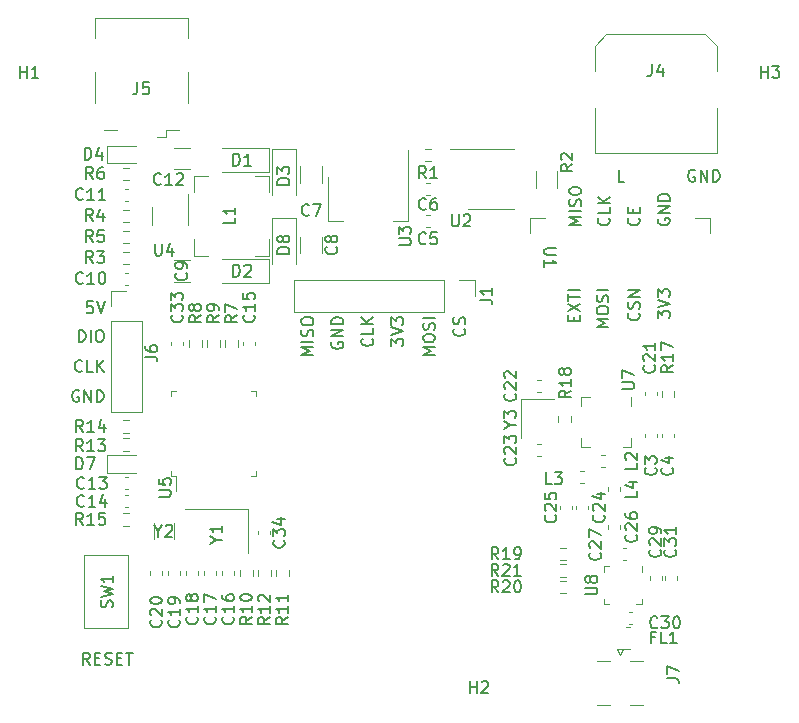
<source format=gto>
%TF.GenerationSoftware,KiCad,Pcbnew,(6.0.1)*%
%TF.CreationDate,2022-04-28T18:35:21+02:00*%
%TF.ProjectId,STM32_NRF24_Tx,53544d33-325f-44e5-9246-32345f54782e,rev?*%
%TF.SameCoordinates,Original*%
%TF.FileFunction,Legend,Top*%
%TF.FilePolarity,Positive*%
%FSLAX46Y46*%
G04 Gerber Fmt 4.6, Leading zero omitted, Abs format (unit mm)*
G04 Created by KiCad (PCBNEW (6.0.1)) date 2022-04-28 18:35:21*
%MOMM*%
%LPD*%
G01*
G04 APERTURE LIST*
%ADD10C,0.150000*%
%ADD11C,0.120000*%
G04 APERTURE END LIST*
D10*
X159384061Y-63215780D02*
X158907871Y-63215780D01*
X158907871Y-62215780D01*
X113486500Y-79224142D02*
X113438880Y-79271761D01*
X113296023Y-79319380D01*
X113200785Y-79319380D01*
X113057928Y-79271761D01*
X112962690Y-79176523D01*
X112915071Y-79081285D01*
X112867452Y-78890809D01*
X112867452Y-78747952D01*
X112915071Y-78557476D01*
X112962690Y-78462238D01*
X113057928Y-78367000D01*
X113200785Y-78319380D01*
X113296023Y-78319380D01*
X113438880Y-78367000D01*
X113486500Y-78414619D01*
X114391261Y-79319380D02*
X113915071Y-79319380D01*
X113915071Y-78319380D01*
X114724595Y-79319380D02*
X114724595Y-78319380D01*
X115296023Y-79319380D02*
X114867452Y-78747952D01*
X115296023Y-78319380D02*
X114724595Y-78890809D01*
X162229580Y-74776347D02*
X162229580Y-74157300D01*
X162610533Y-74490633D01*
X162610533Y-74347776D01*
X162658152Y-74252538D01*
X162705771Y-74204919D01*
X162801009Y-74157300D01*
X163039104Y-74157300D01*
X163134342Y-74204919D01*
X163181961Y-74252538D01*
X163229580Y-74347776D01*
X163229580Y-74633490D01*
X163181961Y-74728728D01*
X163134342Y-74776347D01*
X162229580Y-73871585D02*
X163229580Y-73538252D01*
X162229580Y-73204919D01*
X162229580Y-72966823D02*
X162229580Y-72347776D01*
X162610533Y-72681109D01*
X162610533Y-72538252D01*
X162658152Y-72443014D01*
X162705771Y-72395395D01*
X162801009Y-72347776D01*
X163039104Y-72347776D01*
X163134342Y-72395395D01*
X163181961Y-72443014D01*
X163229580Y-72538252D01*
X163229580Y-72823966D01*
X163181961Y-72919204D01*
X163134342Y-72966823D01*
X158054342Y-66301376D02*
X158101961Y-66348995D01*
X158149580Y-66491852D01*
X158149580Y-66587090D01*
X158101961Y-66729947D01*
X158006723Y-66825185D01*
X157911485Y-66872804D01*
X157721009Y-66920423D01*
X157578152Y-66920423D01*
X157387676Y-66872804D01*
X157292438Y-66825185D01*
X157197200Y-66729947D01*
X157149580Y-66587090D01*
X157149580Y-66491852D01*
X157197200Y-66348995D01*
X157244819Y-66301376D01*
X158149580Y-65396614D02*
X158149580Y-65872804D01*
X157149580Y-65872804D01*
X158149580Y-65063280D02*
X157149580Y-65063280D01*
X158149580Y-64491852D02*
X157578152Y-64920423D01*
X157149580Y-64491852D02*
X157721009Y-65063280D01*
X134642000Y-76805214D02*
X134594380Y-76900452D01*
X134594380Y-77043309D01*
X134642000Y-77186166D01*
X134737238Y-77281404D01*
X134832476Y-77329023D01*
X135022952Y-77376642D01*
X135165809Y-77376642D01*
X135356285Y-77329023D01*
X135451523Y-77281404D01*
X135546761Y-77186166D01*
X135594380Y-77043309D01*
X135594380Y-76948071D01*
X135546761Y-76805214D01*
X135499142Y-76757595D01*
X135165809Y-76757595D01*
X135165809Y-76948071D01*
X135594380Y-76329023D02*
X134594380Y-76329023D01*
X135594380Y-75757595D01*
X134594380Y-75757595D01*
X135594380Y-75281404D02*
X134594380Y-75281404D01*
X134594380Y-75043309D01*
X134642000Y-74900452D01*
X134737238Y-74805214D01*
X134832476Y-74757595D01*
X135022952Y-74709976D01*
X135165809Y-74709976D01*
X135356285Y-74757595D01*
X135451523Y-74805214D01*
X135546761Y-74900452D01*
X135594380Y-75043309D01*
X135594380Y-75281404D01*
X113200785Y-76779380D02*
X113200785Y-75779380D01*
X113438880Y-75779380D01*
X113581738Y-75827000D01*
X113676976Y-75922238D01*
X113724595Y-76017476D01*
X113772214Y-76207952D01*
X113772214Y-76350809D01*
X113724595Y-76541285D01*
X113676976Y-76636523D01*
X113581738Y-76731761D01*
X113438880Y-76779380D01*
X113200785Y-76779380D01*
X114200785Y-76779380D02*
X114200785Y-75779380D01*
X114867452Y-75779380D02*
X115057928Y-75779380D01*
X115153166Y-75827000D01*
X115248404Y-75922238D01*
X115296023Y-76112714D01*
X115296023Y-76446047D01*
X115248404Y-76636523D01*
X115153166Y-76731761D01*
X115057928Y-76779380D01*
X114867452Y-76779380D01*
X114772214Y-76731761D01*
X114676976Y-76636523D01*
X114629357Y-76446047D01*
X114629357Y-76112714D01*
X114676976Y-75922238D01*
X114772214Y-75827000D01*
X114867452Y-75779380D01*
X162277200Y-66348995D02*
X162229580Y-66444233D01*
X162229580Y-66587090D01*
X162277200Y-66729947D01*
X162372438Y-66825185D01*
X162467676Y-66872804D01*
X162658152Y-66920423D01*
X162801009Y-66920423D01*
X162991485Y-66872804D01*
X163086723Y-66825185D01*
X163181961Y-66729947D01*
X163229580Y-66587090D01*
X163229580Y-66491852D01*
X163181961Y-66348995D01*
X163134342Y-66301376D01*
X162801009Y-66301376D01*
X162801009Y-66491852D01*
X163229580Y-65872804D02*
X162229580Y-65872804D01*
X163229580Y-65301376D01*
X162229580Y-65301376D01*
X163229580Y-64825185D02*
X162229580Y-64825185D01*
X162229580Y-64587090D01*
X162277200Y-64444233D01*
X162372438Y-64348995D01*
X162467676Y-64301376D01*
X162658152Y-64253757D01*
X162801009Y-64253757D01*
X162991485Y-64301376D01*
X163086723Y-64348995D01*
X163181961Y-64444233D01*
X163229580Y-64587090D01*
X163229580Y-64825185D01*
X145811542Y-75662357D02*
X145859161Y-75709976D01*
X145906780Y-75852833D01*
X145906780Y-75948071D01*
X145859161Y-76090928D01*
X145763923Y-76186166D01*
X145668685Y-76233785D01*
X145478209Y-76281404D01*
X145335352Y-76281404D01*
X145144876Y-76233785D01*
X145049638Y-76186166D01*
X144954400Y-76090928D01*
X144906780Y-75948071D01*
X144906780Y-75852833D01*
X144954400Y-75709976D01*
X145002019Y-75662357D01*
X145859161Y-75281404D02*
X145906780Y-75138547D01*
X145906780Y-74900452D01*
X145859161Y-74805214D01*
X145811542Y-74757595D01*
X145716304Y-74709976D01*
X145621066Y-74709976D01*
X145525828Y-74757595D01*
X145478209Y-74805214D01*
X145430590Y-74900452D01*
X145382971Y-75090928D01*
X145335352Y-75186166D01*
X145287733Y-75233785D01*
X145192495Y-75281404D01*
X145097257Y-75281404D01*
X145002019Y-75233785D01*
X144954400Y-75186166D01*
X144906780Y-75090928D01*
X144906780Y-74852833D01*
X144954400Y-74709976D01*
X160594342Y-66301376D02*
X160641961Y-66348995D01*
X160689580Y-66491852D01*
X160689580Y-66587090D01*
X160641961Y-66729947D01*
X160546723Y-66825185D01*
X160451485Y-66872804D01*
X160261009Y-66920423D01*
X160118152Y-66920423D01*
X159927676Y-66872804D01*
X159832438Y-66825185D01*
X159737200Y-66729947D01*
X159689580Y-66587090D01*
X159689580Y-66491852D01*
X159737200Y-66348995D01*
X159784819Y-66301376D01*
X160165771Y-65872804D02*
X160165771Y-65539471D01*
X160689580Y-65396614D02*
X160689580Y-65872804D01*
X159689580Y-65872804D01*
X159689580Y-65396614D01*
X155736580Y-66872804D02*
X154736580Y-66872804D01*
X155450866Y-66539471D01*
X154736580Y-66206138D01*
X155736580Y-66206138D01*
X155736580Y-65729947D02*
X154736580Y-65729947D01*
X155688961Y-65301376D02*
X155736580Y-65158519D01*
X155736580Y-64920423D01*
X155688961Y-64825185D01*
X155641342Y-64777566D01*
X155546104Y-64729947D01*
X155450866Y-64729947D01*
X155355628Y-64777566D01*
X155308009Y-64825185D01*
X155260390Y-64920423D01*
X155212771Y-65110900D01*
X155165152Y-65206138D01*
X155117533Y-65253757D01*
X155022295Y-65301376D01*
X154927057Y-65301376D01*
X154831819Y-65253757D01*
X154784200Y-65206138D01*
X154736580Y-65110900D01*
X154736580Y-64872804D01*
X154784200Y-64729947D01*
X154736580Y-64110900D02*
X154736580Y-63920423D01*
X154784200Y-63825185D01*
X154879438Y-63729947D01*
X155069914Y-63682328D01*
X155403247Y-63682328D01*
X155593723Y-63729947D01*
X155688961Y-63825185D01*
X155736580Y-63920423D01*
X155736580Y-64110900D01*
X155688961Y-64206138D01*
X155593723Y-64301376D01*
X155403247Y-64348995D01*
X155069914Y-64348995D01*
X154879438Y-64301376D01*
X154784200Y-64206138D01*
X154736580Y-64110900D01*
X143341380Y-77900452D02*
X142341380Y-77900452D01*
X143055666Y-77567119D01*
X142341380Y-77233785D01*
X143341380Y-77233785D01*
X142341380Y-76567119D02*
X142341380Y-76376642D01*
X142389000Y-76281404D01*
X142484238Y-76186166D01*
X142674714Y-76138547D01*
X143008047Y-76138547D01*
X143198523Y-76186166D01*
X143293761Y-76281404D01*
X143341380Y-76376642D01*
X143341380Y-76567119D01*
X143293761Y-76662357D01*
X143198523Y-76757595D01*
X143008047Y-76805214D01*
X142674714Y-76805214D01*
X142484238Y-76757595D01*
X142389000Y-76662357D01*
X142341380Y-76567119D01*
X143293761Y-75757595D02*
X143341380Y-75614738D01*
X143341380Y-75376642D01*
X143293761Y-75281404D01*
X143246142Y-75233785D01*
X143150904Y-75186166D01*
X143055666Y-75186166D01*
X142960428Y-75233785D01*
X142912809Y-75281404D01*
X142865190Y-75376642D01*
X142817571Y-75567119D01*
X142769952Y-75662357D01*
X142722333Y-75709976D01*
X142627095Y-75757595D01*
X142531857Y-75757595D01*
X142436619Y-75709976D01*
X142389000Y-75662357D01*
X142341380Y-75567119D01*
X142341380Y-75329023D01*
X142389000Y-75186166D01*
X143341380Y-74757595D02*
X142341380Y-74757595D01*
X138039142Y-76519500D02*
X138086761Y-76567119D01*
X138134380Y-76709976D01*
X138134380Y-76805214D01*
X138086761Y-76948071D01*
X137991523Y-77043309D01*
X137896285Y-77090928D01*
X137705809Y-77138547D01*
X137562952Y-77138547D01*
X137372476Y-77090928D01*
X137277238Y-77043309D01*
X137182000Y-76948071D01*
X137134380Y-76805214D01*
X137134380Y-76709976D01*
X137182000Y-76567119D01*
X137229619Y-76519500D01*
X138134380Y-75614738D02*
X138134380Y-76090928D01*
X137134380Y-76090928D01*
X138134380Y-75281404D02*
X137134380Y-75281404D01*
X138134380Y-74709976D02*
X137562952Y-75138547D01*
X137134380Y-74709976D02*
X137705809Y-75281404D01*
X114391261Y-73366380D02*
X113915071Y-73366380D01*
X113867452Y-73842571D01*
X113915071Y-73794952D01*
X114010309Y-73747333D01*
X114248404Y-73747333D01*
X114343642Y-73794952D01*
X114391261Y-73842571D01*
X114438880Y-73937809D01*
X114438880Y-74175904D01*
X114391261Y-74271142D01*
X114343642Y-74318761D01*
X114248404Y-74366380D01*
X114010309Y-74366380D01*
X113915071Y-74318761D01*
X113867452Y-74271142D01*
X114724595Y-73366380D02*
X115057928Y-74366380D01*
X115391261Y-73366380D01*
X158047980Y-75538252D02*
X157047980Y-75538252D01*
X157762266Y-75204919D01*
X157047980Y-74871585D01*
X158047980Y-74871585D01*
X157047980Y-74204919D02*
X157047980Y-74014442D01*
X157095600Y-73919204D01*
X157190838Y-73823966D01*
X157381314Y-73776347D01*
X157714647Y-73776347D01*
X157905123Y-73823966D01*
X158000361Y-73919204D01*
X158047980Y-74014442D01*
X158047980Y-74204919D01*
X158000361Y-74300157D01*
X157905123Y-74395395D01*
X157714647Y-74443014D01*
X157381314Y-74443014D01*
X157190838Y-74395395D01*
X157095600Y-74300157D01*
X157047980Y-74204919D01*
X158000361Y-73395395D02*
X158047980Y-73252538D01*
X158047980Y-73014442D01*
X158000361Y-72919204D01*
X157952742Y-72871585D01*
X157857504Y-72823966D01*
X157762266Y-72823966D01*
X157667028Y-72871585D01*
X157619409Y-72919204D01*
X157571790Y-73014442D01*
X157524171Y-73204919D01*
X157476552Y-73300157D01*
X157428933Y-73347776D01*
X157333695Y-73395395D01*
X157238457Y-73395395D01*
X157143219Y-73347776D01*
X157095600Y-73300157D01*
X157047980Y-73204919D01*
X157047980Y-72966823D01*
X157095600Y-72823966D01*
X158047980Y-72395395D02*
X157047980Y-72395395D01*
X113200785Y-80907000D02*
X113105547Y-80859380D01*
X112962690Y-80859380D01*
X112819833Y-80907000D01*
X112724595Y-81002238D01*
X112676976Y-81097476D01*
X112629357Y-81287952D01*
X112629357Y-81430809D01*
X112676976Y-81621285D01*
X112724595Y-81716523D01*
X112819833Y-81811761D01*
X112962690Y-81859380D01*
X113057928Y-81859380D01*
X113200785Y-81811761D01*
X113248404Y-81764142D01*
X113248404Y-81430809D01*
X113057928Y-81430809D01*
X113676976Y-81859380D02*
X113676976Y-80859380D01*
X114248404Y-81859380D01*
X114248404Y-80859380D01*
X114724595Y-81859380D02*
X114724595Y-80859380D01*
X114962690Y-80859380D01*
X115105547Y-80907000D01*
X115200785Y-81002238D01*
X115248404Y-81097476D01*
X115296023Y-81287952D01*
X115296023Y-81430809D01*
X115248404Y-81621285D01*
X115200785Y-81716523D01*
X115105547Y-81811761D01*
X114962690Y-81859380D01*
X114724595Y-81859380D01*
X139674380Y-77138547D02*
X139674380Y-76519500D01*
X140055333Y-76852833D01*
X140055333Y-76709976D01*
X140102952Y-76614738D01*
X140150571Y-76567119D01*
X140245809Y-76519500D01*
X140483904Y-76519500D01*
X140579142Y-76567119D01*
X140626761Y-76614738D01*
X140674380Y-76709976D01*
X140674380Y-76995690D01*
X140626761Y-77090928D01*
X140579142Y-77138547D01*
X139674380Y-76233785D02*
X140674380Y-75900452D01*
X139674380Y-75567119D01*
X139674380Y-75329023D02*
X139674380Y-74709976D01*
X140055333Y-75043309D01*
X140055333Y-74900452D01*
X140102952Y-74805214D01*
X140150571Y-74757595D01*
X140245809Y-74709976D01*
X140483904Y-74709976D01*
X140579142Y-74757595D01*
X140626761Y-74805214D01*
X140674380Y-74900452D01*
X140674380Y-75186166D01*
X140626761Y-75281404D01*
X140579142Y-75329023D01*
X160594342Y-74347776D02*
X160641961Y-74395395D01*
X160689580Y-74538252D01*
X160689580Y-74633490D01*
X160641961Y-74776347D01*
X160546723Y-74871585D01*
X160451485Y-74919204D01*
X160261009Y-74966823D01*
X160118152Y-74966823D01*
X159927676Y-74919204D01*
X159832438Y-74871585D01*
X159737200Y-74776347D01*
X159689580Y-74633490D01*
X159689580Y-74538252D01*
X159737200Y-74395395D01*
X159784819Y-74347776D01*
X160641961Y-73966823D02*
X160689580Y-73823966D01*
X160689580Y-73585871D01*
X160641961Y-73490633D01*
X160594342Y-73443014D01*
X160499104Y-73395395D01*
X160403866Y-73395395D01*
X160308628Y-73443014D01*
X160261009Y-73490633D01*
X160213390Y-73585871D01*
X160165771Y-73776347D01*
X160118152Y-73871585D01*
X160070533Y-73919204D01*
X159975295Y-73966823D01*
X159880057Y-73966823D01*
X159784819Y-73919204D01*
X159737200Y-73871585D01*
X159689580Y-73776347D01*
X159689580Y-73538252D01*
X159737200Y-73395395D01*
X160689580Y-72966823D02*
X159689580Y-72966823D01*
X160689580Y-72395395D01*
X159689580Y-72395395D01*
X155111171Y-75014442D02*
X155111171Y-74681109D01*
X155634980Y-74538252D02*
X155634980Y-75014442D01*
X154634980Y-75014442D01*
X154634980Y-74538252D01*
X154634980Y-74204919D02*
X155634980Y-73538252D01*
X154634980Y-73538252D02*
X155634980Y-74204919D01*
X154634980Y-73300157D02*
X154634980Y-72728728D01*
X155634980Y-73014442D02*
X154634980Y-73014442D01*
X155634980Y-72395395D02*
X154634980Y-72395395D01*
X114131619Y-104109780D02*
X113798285Y-103633590D01*
X113560190Y-104109780D02*
X113560190Y-103109780D01*
X113941142Y-103109780D01*
X114036380Y-103157400D01*
X114084000Y-103205019D01*
X114131619Y-103300257D01*
X114131619Y-103443114D01*
X114084000Y-103538352D01*
X114036380Y-103585971D01*
X113941142Y-103633590D01*
X113560190Y-103633590D01*
X114560190Y-103585971D02*
X114893523Y-103585971D01*
X115036380Y-104109780D02*
X114560190Y-104109780D01*
X114560190Y-103109780D01*
X115036380Y-103109780D01*
X115417333Y-104062161D02*
X115560190Y-104109780D01*
X115798285Y-104109780D01*
X115893523Y-104062161D01*
X115941142Y-104014542D01*
X115988761Y-103919304D01*
X115988761Y-103824066D01*
X115941142Y-103728828D01*
X115893523Y-103681209D01*
X115798285Y-103633590D01*
X115607809Y-103585971D01*
X115512571Y-103538352D01*
X115464952Y-103490733D01*
X115417333Y-103395495D01*
X115417333Y-103300257D01*
X115464952Y-103205019D01*
X115512571Y-103157400D01*
X115607809Y-103109780D01*
X115845904Y-103109780D01*
X115988761Y-103157400D01*
X116417333Y-103585971D02*
X116750666Y-103585971D01*
X116893523Y-104109780D02*
X116417333Y-104109780D01*
X116417333Y-103109780D01*
X116893523Y-103109780D01*
X117179238Y-103109780D02*
X117750666Y-103109780D01*
X117464952Y-104109780D02*
X117464952Y-103109780D01*
X133054380Y-77900452D02*
X132054380Y-77900452D01*
X132768666Y-77567119D01*
X132054380Y-77233785D01*
X133054380Y-77233785D01*
X133054380Y-76757595D02*
X132054380Y-76757595D01*
X133006761Y-76329023D02*
X133054380Y-76186166D01*
X133054380Y-75948071D01*
X133006761Y-75852833D01*
X132959142Y-75805214D01*
X132863904Y-75757595D01*
X132768666Y-75757595D01*
X132673428Y-75805214D01*
X132625809Y-75852833D01*
X132578190Y-75948071D01*
X132530571Y-76138547D01*
X132482952Y-76233785D01*
X132435333Y-76281404D01*
X132340095Y-76329023D01*
X132244857Y-76329023D01*
X132149619Y-76281404D01*
X132102000Y-76233785D01*
X132054380Y-76138547D01*
X132054380Y-75900452D01*
X132102000Y-75757595D01*
X132054380Y-75138547D02*
X132054380Y-74948071D01*
X132102000Y-74852833D01*
X132197238Y-74757595D01*
X132387714Y-74709976D01*
X132721047Y-74709976D01*
X132911523Y-74757595D01*
X133006761Y-74852833D01*
X133054380Y-74948071D01*
X133054380Y-75138547D01*
X133006761Y-75233785D01*
X132911523Y-75329023D01*
X132721047Y-75376642D01*
X132387714Y-75376642D01*
X132197238Y-75329023D01*
X132102000Y-75233785D01*
X132054380Y-75138547D01*
X165363804Y-62263400D02*
X165268566Y-62215780D01*
X165125709Y-62215780D01*
X164982852Y-62263400D01*
X164887614Y-62358638D01*
X164839995Y-62453876D01*
X164792376Y-62644352D01*
X164792376Y-62787209D01*
X164839995Y-62977685D01*
X164887614Y-63072923D01*
X164982852Y-63168161D01*
X165125709Y-63215780D01*
X165220947Y-63215780D01*
X165363804Y-63168161D01*
X165411423Y-63120542D01*
X165411423Y-62787209D01*
X165220947Y-62787209D01*
X165839995Y-63215780D02*
X165839995Y-62215780D01*
X166411423Y-63215780D01*
X166411423Y-62215780D01*
X166887614Y-63215780D02*
X166887614Y-62215780D01*
X167125709Y-62215780D01*
X167268566Y-62263400D01*
X167363804Y-62358638D01*
X167411423Y-62453876D01*
X167459042Y-62644352D01*
X167459042Y-62787209D01*
X167411423Y-62977685D01*
X167363804Y-63072923D01*
X167268566Y-63168161D01*
X167125709Y-63215780D01*
X166887614Y-63215780D01*
%TO.C,H3*%
X170956095Y-54427380D02*
X170956095Y-53427380D01*
X170956095Y-53903571D02*
X171527523Y-53903571D01*
X171527523Y-54427380D02*
X171527523Y-53427380D01*
X171908476Y-53427380D02*
X172527523Y-53427380D01*
X172194190Y-53808333D01*
X172337047Y-53808333D01*
X172432285Y-53855952D01*
X172479904Y-53903571D01*
X172527523Y-53998809D01*
X172527523Y-54236904D01*
X172479904Y-54332142D01*
X172432285Y-54379761D01*
X172337047Y-54427380D01*
X172051333Y-54427380D01*
X171956095Y-54379761D01*
X171908476Y-54332142D01*
%TO.C,H2*%
X146318095Y-106497380D02*
X146318095Y-105497380D01*
X146318095Y-105973571D02*
X146889523Y-105973571D01*
X146889523Y-106497380D02*
X146889523Y-105497380D01*
X147318095Y-105592619D02*
X147365714Y-105545000D01*
X147460952Y-105497380D01*
X147699047Y-105497380D01*
X147794285Y-105545000D01*
X147841904Y-105592619D01*
X147889523Y-105687857D01*
X147889523Y-105783095D01*
X147841904Y-105925952D01*
X147270476Y-106497380D01*
X147889523Y-106497380D01*
%TO.C,H1*%
X108218095Y-54427380D02*
X108218095Y-53427380D01*
X108218095Y-53903571D02*
X108789523Y-53903571D01*
X108789523Y-54427380D02*
X108789523Y-53427380D01*
X109789523Y-54427380D02*
X109218095Y-54427380D01*
X109503809Y-54427380D02*
X109503809Y-53427380D01*
X109408571Y-53570238D01*
X109313333Y-53665476D01*
X109218095Y-53713095D01*
%TO.C,J7*%
X162991580Y-105260733D02*
X163705866Y-105260733D01*
X163848723Y-105308352D01*
X163943961Y-105403590D01*
X163991580Y-105546447D01*
X163991580Y-105641685D01*
X162991580Y-104879780D02*
X162991580Y-104213114D01*
X163991580Y-104641685D01*
%TO.C,R14*%
X113544142Y-84399380D02*
X113210809Y-83923190D01*
X112972714Y-84399380D02*
X112972714Y-83399380D01*
X113353666Y-83399380D01*
X113448904Y-83447000D01*
X113496523Y-83494619D01*
X113544142Y-83589857D01*
X113544142Y-83732714D01*
X113496523Y-83827952D01*
X113448904Y-83875571D01*
X113353666Y-83923190D01*
X112972714Y-83923190D01*
X114496523Y-84399380D02*
X113925095Y-84399380D01*
X114210809Y-84399380D02*
X114210809Y-83399380D01*
X114115571Y-83542238D01*
X114020333Y-83637476D01*
X113925095Y-83685095D01*
X115353666Y-83732714D02*
X115353666Y-84399380D01*
X115115571Y-83351761D02*
X114877476Y-84066047D01*
X115496523Y-84066047D01*
%TO.C,C23*%
X150130642Y-86621857D02*
X150178261Y-86669476D01*
X150225880Y-86812333D01*
X150225880Y-86907571D01*
X150178261Y-87050428D01*
X150083023Y-87145666D01*
X149987785Y-87193285D01*
X149797309Y-87240904D01*
X149654452Y-87240904D01*
X149463976Y-87193285D01*
X149368738Y-87145666D01*
X149273500Y-87050428D01*
X149225880Y-86907571D01*
X149225880Y-86812333D01*
X149273500Y-86669476D01*
X149321119Y-86621857D01*
X149321119Y-86240904D02*
X149273500Y-86193285D01*
X149225880Y-86098047D01*
X149225880Y-85859952D01*
X149273500Y-85764714D01*
X149321119Y-85717095D01*
X149416357Y-85669476D01*
X149511595Y-85669476D01*
X149654452Y-85717095D01*
X150225880Y-86288523D01*
X150225880Y-85669476D01*
X149225880Y-85336142D02*
X149225880Y-84717095D01*
X149606833Y-85050428D01*
X149606833Y-84907571D01*
X149654452Y-84812333D01*
X149702071Y-84764714D01*
X149797309Y-84717095D01*
X150035404Y-84717095D01*
X150130642Y-84764714D01*
X150178261Y-84812333D01*
X150225880Y-84907571D01*
X150225880Y-85193285D01*
X150178261Y-85288523D01*
X150130642Y-85336142D01*
%TO.C,C17*%
X124704142Y-100074357D02*
X124751761Y-100121976D01*
X124799380Y-100264833D01*
X124799380Y-100360071D01*
X124751761Y-100502928D01*
X124656523Y-100598166D01*
X124561285Y-100645785D01*
X124370809Y-100693404D01*
X124227952Y-100693404D01*
X124037476Y-100645785D01*
X123942238Y-100598166D01*
X123847000Y-100502928D01*
X123799380Y-100360071D01*
X123799380Y-100264833D01*
X123847000Y-100121976D01*
X123894619Y-100074357D01*
X124799380Y-99121976D02*
X124799380Y-99693404D01*
X124799380Y-99407690D02*
X123799380Y-99407690D01*
X123942238Y-99502928D01*
X124037476Y-99598166D01*
X124085095Y-99693404D01*
X123799380Y-98788642D02*
X123799380Y-98121976D01*
X124799380Y-98550547D01*
%TO.C,C5*%
X142595333Y-68429142D02*
X142547714Y-68476761D01*
X142404857Y-68524380D01*
X142309619Y-68524380D01*
X142166761Y-68476761D01*
X142071523Y-68381523D01*
X142023904Y-68286285D01*
X141976285Y-68095809D01*
X141976285Y-67952952D01*
X142023904Y-67762476D01*
X142071523Y-67667238D01*
X142166761Y-67572000D01*
X142309619Y-67524380D01*
X142404857Y-67524380D01*
X142547714Y-67572000D01*
X142595333Y-67619619D01*
X143500095Y-67524380D02*
X143023904Y-67524380D01*
X142976285Y-68000571D01*
X143023904Y-67952952D01*
X143119142Y-67905333D01*
X143357238Y-67905333D01*
X143452476Y-67952952D01*
X143500095Y-68000571D01*
X143547714Y-68095809D01*
X143547714Y-68333904D01*
X143500095Y-68429142D01*
X143452476Y-68476761D01*
X143357238Y-68524380D01*
X143119142Y-68524380D01*
X143023904Y-68476761D01*
X142976285Y-68429142D01*
%TO.C,C8*%
X134991142Y-68746666D02*
X135038761Y-68794285D01*
X135086380Y-68937142D01*
X135086380Y-69032380D01*
X135038761Y-69175238D01*
X134943523Y-69270476D01*
X134848285Y-69318095D01*
X134657809Y-69365714D01*
X134514952Y-69365714D01*
X134324476Y-69318095D01*
X134229238Y-69270476D01*
X134134000Y-69175238D01*
X134086380Y-69032380D01*
X134086380Y-68937142D01*
X134134000Y-68794285D01*
X134181619Y-68746666D01*
X134514952Y-68175238D02*
X134467333Y-68270476D01*
X134419714Y-68318095D01*
X134324476Y-68365714D01*
X134276857Y-68365714D01*
X134181619Y-68318095D01*
X134134000Y-68270476D01*
X134086380Y-68175238D01*
X134086380Y-67984761D01*
X134134000Y-67889523D01*
X134181619Y-67841904D01*
X134276857Y-67794285D01*
X134324476Y-67794285D01*
X134419714Y-67841904D01*
X134467333Y-67889523D01*
X134514952Y-67984761D01*
X134514952Y-68175238D01*
X134562571Y-68270476D01*
X134610190Y-68318095D01*
X134705428Y-68365714D01*
X134895904Y-68365714D01*
X134991142Y-68318095D01*
X135038761Y-68270476D01*
X135086380Y-68175238D01*
X135086380Y-67984761D01*
X135038761Y-67889523D01*
X134991142Y-67841904D01*
X134895904Y-67794285D01*
X134705428Y-67794285D01*
X134610190Y-67841904D01*
X134562571Y-67889523D01*
X134514952Y-67984761D01*
%TO.C,FL1*%
X161962904Y-101790571D02*
X161629571Y-101790571D01*
X161629571Y-102314380D02*
X161629571Y-101314380D01*
X162105761Y-101314380D01*
X162962904Y-102314380D02*
X162486714Y-102314380D01*
X162486714Y-101314380D01*
X163820047Y-102314380D02*
X163248619Y-102314380D01*
X163534333Y-102314380D02*
X163534333Y-101314380D01*
X163439095Y-101457238D01*
X163343857Y-101552476D01*
X163248619Y-101600095D01*
%TO.C,U1*%
X153622019Y-68859495D02*
X152812495Y-68859495D01*
X152717257Y-68907114D01*
X152669638Y-68954733D01*
X152622019Y-69049971D01*
X152622019Y-69240447D01*
X152669638Y-69335685D01*
X152717257Y-69383304D01*
X152812495Y-69430923D01*
X153622019Y-69430923D01*
X152622019Y-70430923D02*
X152622019Y-69859495D01*
X152622019Y-70145209D02*
X153622019Y-70145209D01*
X153479161Y-70049971D01*
X153383923Y-69954733D01*
X153336304Y-69859495D01*
%TO.C,L4*%
X160472380Y-89447666D02*
X160472380Y-89923857D01*
X159472380Y-89923857D01*
X159805714Y-88685761D02*
X160472380Y-88685761D01*
X159424761Y-88923857D02*
X160139047Y-89161952D01*
X160139047Y-88542904D01*
%TO.C,R3*%
X114402333Y-70111880D02*
X114069000Y-69635690D01*
X113830904Y-70111880D02*
X113830904Y-69111880D01*
X114211857Y-69111880D01*
X114307095Y-69159500D01*
X114354714Y-69207119D01*
X114402333Y-69302357D01*
X114402333Y-69445214D01*
X114354714Y-69540452D01*
X114307095Y-69588071D01*
X114211857Y-69635690D01*
X113830904Y-69635690D01*
X114735666Y-69111880D02*
X115354714Y-69111880D01*
X115021380Y-69492833D01*
X115164238Y-69492833D01*
X115259476Y-69540452D01*
X115307095Y-69588071D01*
X115354714Y-69683309D01*
X115354714Y-69921404D01*
X115307095Y-70016642D01*
X115259476Y-70064261D01*
X115164238Y-70111880D01*
X114878523Y-70111880D01*
X114783285Y-70064261D01*
X114735666Y-70016642D01*
%TO.C,C30*%
X162185142Y-100941142D02*
X162137523Y-100988761D01*
X161994666Y-101036380D01*
X161899428Y-101036380D01*
X161756571Y-100988761D01*
X161661333Y-100893523D01*
X161613714Y-100798285D01*
X161566095Y-100607809D01*
X161566095Y-100464952D01*
X161613714Y-100274476D01*
X161661333Y-100179238D01*
X161756571Y-100084000D01*
X161899428Y-100036380D01*
X161994666Y-100036380D01*
X162137523Y-100084000D01*
X162185142Y-100131619D01*
X162518476Y-100036380D02*
X163137523Y-100036380D01*
X162804190Y-100417333D01*
X162947047Y-100417333D01*
X163042285Y-100464952D01*
X163089904Y-100512571D01*
X163137523Y-100607809D01*
X163137523Y-100845904D01*
X163089904Y-100941142D01*
X163042285Y-100988761D01*
X162947047Y-101036380D01*
X162661333Y-101036380D01*
X162566095Y-100988761D01*
X162518476Y-100941142D01*
X163756571Y-100036380D02*
X163851809Y-100036380D01*
X163947047Y-100084000D01*
X163994666Y-100131619D01*
X164042285Y-100226857D01*
X164089904Y-100417333D01*
X164089904Y-100655428D01*
X164042285Y-100845904D01*
X163994666Y-100941142D01*
X163947047Y-100988761D01*
X163851809Y-101036380D01*
X163756571Y-101036380D01*
X163661333Y-100988761D01*
X163613714Y-100941142D01*
X163566095Y-100845904D01*
X163518476Y-100655428D01*
X163518476Y-100417333D01*
X163566095Y-100226857D01*
X163613714Y-100131619D01*
X163661333Y-100084000D01*
X163756571Y-100036380D01*
%TO.C,R19*%
X148723142Y-95194380D02*
X148389809Y-94718190D01*
X148151714Y-95194380D02*
X148151714Y-94194380D01*
X148532666Y-94194380D01*
X148627904Y-94242000D01*
X148675523Y-94289619D01*
X148723142Y-94384857D01*
X148723142Y-94527714D01*
X148675523Y-94622952D01*
X148627904Y-94670571D01*
X148532666Y-94718190D01*
X148151714Y-94718190D01*
X149675523Y-95194380D02*
X149104095Y-95194380D01*
X149389809Y-95194380D02*
X149389809Y-94194380D01*
X149294571Y-94337238D01*
X149199333Y-94432476D01*
X149104095Y-94480095D01*
X150151714Y-95194380D02*
X150342190Y-95194380D01*
X150437428Y-95146761D01*
X150485047Y-95099142D01*
X150580285Y-94956285D01*
X150627904Y-94765809D01*
X150627904Y-94384857D01*
X150580285Y-94289619D01*
X150532666Y-94242000D01*
X150437428Y-94194380D01*
X150246952Y-94194380D01*
X150151714Y-94242000D01*
X150104095Y-94289619D01*
X150056476Y-94384857D01*
X150056476Y-94622952D01*
X150104095Y-94718190D01*
X150151714Y-94765809D01*
X150246952Y-94813428D01*
X150437428Y-94813428D01*
X150532666Y-94765809D01*
X150580285Y-94718190D01*
X150627904Y-94622952D01*
%TO.C,L1*%
X126451380Y-66270166D02*
X126451380Y-66746357D01*
X125451380Y-66746357D01*
X126451380Y-65413023D02*
X126451380Y-65984452D01*
X126451380Y-65698738D02*
X125451380Y-65698738D01*
X125594238Y-65793976D01*
X125689476Y-65889214D01*
X125737095Y-65984452D01*
%TO.C,C22*%
X150129542Y-81160857D02*
X150177161Y-81208476D01*
X150224780Y-81351333D01*
X150224780Y-81446571D01*
X150177161Y-81589428D01*
X150081923Y-81684666D01*
X149986685Y-81732285D01*
X149796209Y-81779904D01*
X149653352Y-81779904D01*
X149462876Y-81732285D01*
X149367638Y-81684666D01*
X149272400Y-81589428D01*
X149224780Y-81446571D01*
X149224780Y-81351333D01*
X149272400Y-81208476D01*
X149320019Y-81160857D01*
X149320019Y-80779904D02*
X149272400Y-80732285D01*
X149224780Y-80637047D01*
X149224780Y-80398952D01*
X149272400Y-80303714D01*
X149320019Y-80256095D01*
X149415257Y-80208476D01*
X149510495Y-80208476D01*
X149653352Y-80256095D01*
X150224780Y-80827523D01*
X150224780Y-80208476D01*
X149320019Y-79827523D02*
X149272400Y-79779904D01*
X149224780Y-79684666D01*
X149224780Y-79446571D01*
X149272400Y-79351333D01*
X149320019Y-79303714D01*
X149415257Y-79256095D01*
X149510495Y-79256095D01*
X149653352Y-79303714D01*
X150224780Y-79875142D01*
X150224780Y-79256095D01*
%TO.C,C19*%
X121656142Y-100314357D02*
X121703761Y-100361976D01*
X121751380Y-100504833D01*
X121751380Y-100600071D01*
X121703761Y-100742928D01*
X121608523Y-100838166D01*
X121513285Y-100885785D01*
X121322809Y-100933404D01*
X121179952Y-100933404D01*
X120989476Y-100885785D01*
X120894238Y-100838166D01*
X120799000Y-100742928D01*
X120751380Y-100600071D01*
X120751380Y-100504833D01*
X120799000Y-100361976D01*
X120846619Y-100314357D01*
X121751380Y-99361976D02*
X121751380Y-99933404D01*
X121751380Y-99647690D02*
X120751380Y-99647690D01*
X120894238Y-99742928D01*
X120989476Y-99838166D01*
X121037095Y-99933404D01*
X121751380Y-98885785D02*
X121751380Y-98695309D01*
X121703761Y-98600071D01*
X121656142Y-98552452D01*
X121513285Y-98457214D01*
X121322809Y-98409595D01*
X120941857Y-98409595D01*
X120846619Y-98457214D01*
X120799000Y-98504833D01*
X120751380Y-98600071D01*
X120751380Y-98790547D01*
X120799000Y-98885785D01*
X120846619Y-98933404D01*
X120941857Y-98981023D01*
X121179952Y-98981023D01*
X121275190Y-98933404D01*
X121322809Y-98885785D01*
X121370428Y-98790547D01*
X121370428Y-98600071D01*
X121322809Y-98504833D01*
X121275190Y-98457214D01*
X121179952Y-98409595D01*
%TO.C,C25*%
X153547142Y-91447857D02*
X153594761Y-91495476D01*
X153642380Y-91638333D01*
X153642380Y-91733571D01*
X153594761Y-91876428D01*
X153499523Y-91971666D01*
X153404285Y-92019285D01*
X153213809Y-92066904D01*
X153070952Y-92066904D01*
X152880476Y-92019285D01*
X152785238Y-91971666D01*
X152690000Y-91876428D01*
X152642380Y-91733571D01*
X152642380Y-91638333D01*
X152690000Y-91495476D01*
X152737619Y-91447857D01*
X152737619Y-91066904D02*
X152690000Y-91019285D01*
X152642380Y-90924047D01*
X152642380Y-90685952D01*
X152690000Y-90590714D01*
X152737619Y-90543095D01*
X152832857Y-90495476D01*
X152928095Y-90495476D01*
X153070952Y-90543095D01*
X153642380Y-91114523D01*
X153642380Y-90495476D01*
X152642380Y-89590714D02*
X152642380Y-90066904D01*
X153118571Y-90114523D01*
X153070952Y-90066904D01*
X153023333Y-89971666D01*
X153023333Y-89733571D01*
X153070952Y-89638333D01*
X153118571Y-89590714D01*
X153213809Y-89543095D01*
X153451904Y-89543095D01*
X153547142Y-89590714D01*
X153594761Y-89638333D01*
X153642380Y-89733571D01*
X153642380Y-89971666D01*
X153594761Y-90066904D01*
X153547142Y-90114523D01*
%TO.C,R13*%
X113544142Y-86050380D02*
X113210809Y-85574190D01*
X112972714Y-86050380D02*
X112972714Y-85050380D01*
X113353666Y-85050380D01*
X113448904Y-85098000D01*
X113496523Y-85145619D01*
X113544142Y-85240857D01*
X113544142Y-85383714D01*
X113496523Y-85478952D01*
X113448904Y-85526571D01*
X113353666Y-85574190D01*
X112972714Y-85574190D01*
X114496523Y-86050380D02*
X113925095Y-86050380D01*
X114210809Y-86050380D02*
X114210809Y-85050380D01*
X114115571Y-85193238D01*
X114020333Y-85288476D01*
X113925095Y-85336095D01*
X114829857Y-85050380D02*
X115448904Y-85050380D01*
X115115571Y-85431333D01*
X115258428Y-85431333D01*
X115353666Y-85478952D01*
X115401285Y-85526571D01*
X115448904Y-85621809D01*
X115448904Y-85859904D01*
X115401285Y-85955142D01*
X115353666Y-86002761D01*
X115258428Y-86050380D01*
X114972714Y-86050380D01*
X114877476Y-86002761D01*
X114829857Y-85955142D01*
%TO.C,R6*%
X114402333Y-62999880D02*
X114069000Y-62523690D01*
X113830904Y-62999880D02*
X113830904Y-61999880D01*
X114211857Y-61999880D01*
X114307095Y-62047500D01*
X114354714Y-62095119D01*
X114402333Y-62190357D01*
X114402333Y-62333214D01*
X114354714Y-62428452D01*
X114307095Y-62476071D01*
X114211857Y-62523690D01*
X113830904Y-62523690D01*
X115259476Y-61999880D02*
X115069000Y-61999880D01*
X114973761Y-62047500D01*
X114926142Y-62095119D01*
X114830904Y-62237976D01*
X114783285Y-62428452D01*
X114783285Y-62809404D01*
X114830904Y-62904642D01*
X114878523Y-62952261D01*
X114973761Y-62999880D01*
X115164238Y-62999880D01*
X115259476Y-62952261D01*
X115307095Y-62904642D01*
X115354714Y-62809404D01*
X115354714Y-62571309D01*
X115307095Y-62476071D01*
X115259476Y-62428452D01*
X115164238Y-62380833D01*
X114973761Y-62380833D01*
X114878523Y-62428452D01*
X114830904Y-62476071D01*
X114783285Y-62571309D01*
%TO.C,L3*%
X153249333Y-88844380D02*
X152773142Y-88844380D01*
X152773142Y-87844380D01*
X153487428Y-87844380D02*
X154106476Y-87844380D01*
X153773142Y-88225333D01*
X153916000Y-88225333D01*
X154011238Y-88272952D01*
X154058857Y-88320571D01*
X154106476Y-88415809D01*
X154106476Y-88653904D01*
X154058857Y-88749142D01*
X154011238Y-88796761D01*
X153916000Y-88844380D01*
X153630285Y-88844380D01*
X153535047Y-88796761D01*
X153487428Y-88749142D01*
%TO.C,J4*%
X161718666Y-53300380D02*
X161718666Y-54014666D01*
X161671047Y-54157523D01*
X161575809Y-54252761D01*
X161432952Y-54300380D01*
X161337714Y-54300380D01*
X162623428Y-53633714D02*
X162623428Y-54300380D01*
X162385333Y-53252761D02*
X162147238Y-53967047D01*
X162766285Y-53967047D01*
%TO.C,C10*%
X113545142Y-71794642D02*
X113497523Y-71842261D01*
X113354666Y-71889880D01*
X113259428Y-71889880D01*
X113116571Y-71842261D01*
X113021333Y-71747023D01*
X112973714Y-71651785D01*
X112926095Y-71461309D01*
X112926095Y-71318452D01*
X112973714Y-71127976D01*
X113021333Y-71032738D01*
X113116571Y-70937500D01*
X113259428Y-70889880D01*
X113354666Y-70889880D01*
X113497523Y-70937500D01*
X113545142Y-70985119D01*
X114497523Y-71889880D02*
X113926095Y-71889880D01*
X114211809Y-71889880D02*
X114211809Y-70889880D01*
X114116571Y-71032738D01*
X114021333Y-71127976D01*
X113926095Y-71175595D01*
X115116571Y-70889880D02*
X115211809Y-70889880D01*
X115307047Y-70937500D01*
X115354666Y-70985119D01*
X115402285Y-71080357D01*
X115449904Y-71270833D01*
X115449904Y-71508928D01*
X115402285Y-71699404D01*
X115354666Y-71794642D01*
X115307047Y-71842261D01*
X115211809Y-71889880D01*
X115116571Y-71889880D01*
X115021333Y-71842261D01*
X114973714Y-71794642D01*
X114926095Y-71699404D01*
X114878476Y-71508928D01*
X114878476Y-71270833D01*
X114926095Y-71080357D01*
X114973714Y-70985119D01*
X115021333Y-70937500D01*
X115116571Y-70889880D01*
%TO.C,SW1*%
X116014161Y-99250333D02*
X116061780Y-99107476D01*
X116061780Y-98869380D01*
X116014161Y-98774142D01*
X115966542Y-98726523D01*
X115871304Y-98678904D01*
X115776066Y-98678904D01*
X115680828Y-98726523D01*
X115633209Y-98774142D01*
X115585590Y-98869380D01*
X115537971Y-99059857D01*
X115490352Y-99155095D01*
X115442733Y-99202714D01*
X115347495Y-99250333D01*
X115252257Y-99250333D01*
X115157019Y-99202714D01*
X115109400Y-99155095D01*
X115061780Y-99059857D01*
X115061780Y-98821761D01*
X115109400Y-98678904D01*
X115061780Y-98345571D02*
X116061780Y-98107476D01*
X115347495Y-97917000D01*
X116061780Y-97726523D01*
X115061780Y-97488428D01*
X116061780Y-96583666D02*
X116061780Y-97155095D01*
X116061780Y-96869380D02*
X115061780Y-96869380D01*
X115204638Y-96964619D01*
X115299876Y-97059857D01*
X115347495Y-97155095D01*
%TO.C,C29*%
X162409142Y-94368857D02*
X162456761Y-94416476D01*
X162504380Y-94559333D01*
X162504380Y-94654571D01*
X162456761Y-94797428D01*
X162361523Y-94892666D01*
X162266285Y-94940285D01*
X162075809Y-94987904D01*
X161932952Y-94987904D01*
X161742476Y-94940285D01*
X161647238Y-94892666D01*
X161552000Y-94797428D01*
X161504380Y-94654571D01*
X161504380Y-94559333D01*
X161552000Y-94416476D01*
X161599619Y-94368857D01*
X161599619Y-93987904D02*
X161552000Y-93940285D01*
X161504380Y-93845047D01*
X161504380Y-93606952D01*
X161552000Y-93511714D01*
X161599619Y-93464095D01*
X161694857Y-93416476D01*
X161790095Y-93416476D01*
X161932952Y-93464095D01*
X162504380Y-94035523D01*
X162504380Y-93416476D01*
X162504380Y-92940285D02*
X162504380Y-92749809D01*
X162456761Y-92654571D01*
X162409142Y-92606952D01*
X162266285Y-92511714D01*
X162075809Y-92464095D01*
X161694857Y-92464095D01*
X161599619Y-92511714D01*
X161552000Y-92559333D01*
X161504380Y-92654571D01*
X161504380Y-92845047D01*
X161552000Y-92940285D01*
X161599619Y-92987904D01*
X161694857Y-93035523D01*
X161932952Y-93035523D01*
X162028190Y-92987904D01*
X162075809Y-92940285D01*
X162123428Y-92845047D01*
X162123428Y-92654571D01*
X162075809Y-92559333D01*
X162028190Y-92511714D01*
X161932952Y-92464095D01*
%TO.C,C3*%
X162028143Y-87442166D02*
X162075762Y-87489785D01*
X162123381Y-87632642D01*
X162123381Y-87727880D01*
X162075762Y-87870738D01*
X161980524Y-87965976D01*
X161885286Y-88013595D01*
X161694810Y-88061214D01*
X161551953Y-88061214D01*
X161361477Y-88013595D01*
X161266239Y-87965976D01*
X161171001Y-87870738D01*
X161123381Y-87727880D01*
X161123381Y-87632642D01*
X161171001Y-87489785D01*
X161218620Y-87442166D01*
X161123381Y-87108833D02*
X161123381Y-86489785D01*
X161504334Y-86823119D01*
X161504334Y-86680261D01*
X161551953Y-86585023D01*
X161599572Y-86537404D01*
X161694810Y-86489785D01*
X161932905Y-86489785D01*
X162028143Y-86537404D01*
X162075762Y-86585023D01*
X162123381Y-86680261D01*
X162123381Y-86965976D01*
X162075762Y-87061214D01*
X162028143Y-87108833D01*
%TO.C,C18*%
X123180142Y-100074357D02*
X123227761Y-100121976D01*
X123275380Y-100264833D01*
X123275380Y-100360071D01*
X123227761Y-100502928D01*
X123132523Y-100598166D01*
X123037285Y-100645785D01*
X122846809Y-100693404D01*
X122703952Y-100693404D01*
X122513476Y-100645785D01*
X122418238Y-100598166D01*
X122323000Y-100502928D01*
X122275380Y-100360071D01*
X122275380Y-100264833D01*
X122323000Y-100121976D01*
X122370619Y-100074357D01*
X123275380Y-99121976D02*
X123275380Y-99693404D01*
X123275380Y-99407690D02*
X122275380Y-99407690D01*
X122418238Y-99502928D01*
X122513476Y-99598166D01*
X122561095Y-99693404D01*
X122703952Y-98550547D02*
X122656333Y-98645785D01*
X122608714Y-98693404D01*
X122513476Y-98741023D01*
X122465857Y-98741023D01*
X122370619Y-98693404D01*
X122323000Y-98645785D01*
X122275380Y-98550547D01*
X122275380Y-98360071D01*
X122323000Y-98264833D01*
X122370619Y-98217214D01*
X122465857Y-98169595D01*
X122513476Y-98169595D01*
X122608714Y-98217214D01*
X122656333Y-98264833D01*
X122703952Y-98360071D01*
X122703952Y-98550547D01*
X122751571Y-98645785D01*
X122799190Y-98693404D01*
X122894428Y-98741023D01*
X123084904Y-98741023D01*
X123180142Y-98693404D01*
X123227761Y-98645785D01*
X123275380Y-98550547D01*
X123275380Y-98360071D01*
X123227761Y-98264833D01*
X123180142Y-98217214D01*
X123084904Y-98169595D01*
X122894428Y-98169595D01*
X122799190Y-98217214D01*
X122751571Y-98264833D01*
X122703952Y-98360071D01*
%TO.C,L2*%
X160472380Y-87034666D02*
X160472380Y-87510857D01*
X159472380Y-87510857D01*
X159567619Y-86748952D02*
X159520000Y-86701333D01*
X159472380Y-86606095D01*
X159472380Y-86368000D01*
X159520000Y-86272761D01*
X159567619Y-86225142D01*
X159662857Y-86177523D01*
X159758095Y-86177523D01*
X159900952Y-86225142D01*
X160472380Y-86796571D01*
X160472380Y-86177523D01*
%TO.C,R2*%
X154999980Y-61761666D02*
X154523790Y-62095000D01*
X154999980Y-62333095D02*
X153999980Y-62333095D01*
X153999980Y-61952142D01*
X154047600Y-61856904D01*
X154095219Y-61809285D01*
X154190457Y-61761666D01*
X154333314Y-61761666D01*
X154428552Y-61809285D01*
X154476171Y-61856904D01*
X154523790Y-61952142D01*
X154523790Y-62333095D01*
X154095219Y-61380714D02*
X154047600Y-61333095D01*
X153999980Y-61237857D01*
X153999980Y-60999761D01*
X154047600Y-60904523D01*
X154095219Y-60856904D01*
X154190457Y-60809285D01*
X154285695Y-60809285D01*
X154428552Y-60856904D01*
X154999980Y-61428333D01*
X154999980Y-60809285D01*
%TO.C,C24*%
X157636542Y-91448957D02*
X157684161Y-91496576D01*
X157731780Y-91639433D01*
X157731780Y-91734671D01*
X157684161Y-91877528D01*
X157588923Y-91972766D01*
X157493685Y-92020385D01*
X157303209Y-92068004D01*
X157160352Y-92068004D01*
X156969876Y-92020385D01*
X156874638Y-91972766D01*
X156779400Y-91877528D01*
X156731780Y-91734671D01*
X156731780Y-91639433D01*
X156779400Y-91496576D01*
X156827019Y-91448957D01*
X156827019Y-91068004D02*
X156779400Y-91020385D01*
X156731780Y-90925147D01*
X156731780Y-90687052D01*
X156779400Y-90591814D01*
X156827019Y-90544195D01*
X156922257Y-90496576D01*
X157017495Y-90496576D01*
X157160352Y-90544195D01*
X157731780Y-91115623D01*
X157731780Y-90496576D01*
X157065114Y-89639433D02*
X157731780Y-89639433D01*
X156684161Y-89877528D02*
X157398447Y-90115623D01*
X157398447Y-89496576D01*
%TO.C,C12*%
X120149142Y-63412642D02*
X120101523Y-63460261D01*
X119958666Y-63507880D01*
X119863428Y-63507880D01*
X119720571Y-63460261D01*
X119625333Y-63365023D01*
X119577714Y-63269785D01*
X119530095Y-63079309D01*
X119530095Y-62936452D01*
X119577714Y-62745976D01*
X119625333Y-62650738D01*
X119720571Y-62555500D01*
X119863428Y-62507880D01*
X119958666Y-62507880D01*
X120101523Y-62555500D01*
X120149142Y-62603119D01*
X121101523Y-63507880D02*
X120530095Y-63507880D01*
X120815809Y-63507880D02*
X120815809Y-62507880D01*
X120720571Y-62650738D01*
X120625333Y-62745976D01*
X120530095Y-62793595D01*
X121482476Y-62603119D02*
X121530095Y-62555500D01*
X121625333Y-62507880D01*
X121863428Y-62507880D01*
X121958666Y-62555500D01*
X122006285Y-62603119D01*
X122053904Y-62698357D01*
X122053904Y-62793595D01*
X122006285Y-62936452D01*
X121434857Y-63507880D01*
X122053904Y-63507880D01*
%TO.C,R20*%
X148723142Y-97988380D02*
X148389809Y-97512190D01*
X148151714Y-97988380D02*
X148151714Y-96988380D01*
X148532666Y-96988380D01*
X148627904Y-97036000D01*
X148675523Y-97083619D01*
X148723142Y-97178857D01*
X148723142Y-97321714D01*
X148675523Y-97416952D01*
X148627904Y-97464571D01*
X148532666Y-97512190D01*
X148151714Y-97512190D01*
X149104095Y-97083619D02*
X149151714Y-97036000D01*
X149246952Y-96988380D01*
X149485047Y-96988380D01*
X149580285Y-97036000D01*
X149627904Y-97083619D01*
X149675523Y-97178857D01*
X149675523Y-97274095D01*
X149627904Y-97416952D01*
X149056476Y-97988380D01*
X149675523Y-97988380D01*
X150294571Y-96988380D02*
X150389809Y-96988380D01*
X150485047Y-97036000D01*
X150532666Y-97083619D01*
X150580285Y-97178857D01*
X150627904Y-97369333D01*
X150627904Y-97607428D01*
X150580285Y-97797904D01*
X150532666Y-97893142D01*
X150485047Y-97940761D01*
X150389809Y-97988380D01*
X150294571Y-97988380D01*
X150199333Y-97940761D01*
X150151714Y-97893142D01*
X150104095Y-97797904D01*
X150056476Y-97607428D01*
X150056476Y-97369333D01*
X150104095Y-97178857D01*
X150151714Y-97083619D01*
X150199333Y-97036000D01*
X150294571Y-96988380D01*
%TO.C,R5*%
X114402333Y-68333880D02*
X114069000Y-67857690D01*
X113830904Y-68333880D02*
X113830904Y-67333880D01*
X114211857Y-67333880D01*
X114307095Y-67381500D01*
X114354714Y-67429119D01*
X114402333Y-67524357D01*
X114402333Y-67667214D01*
X114354714Y-67762452D01*
X114307095Y-67810071D01*
X114211857Y-67857690D01*
X113830904Y-67857690D01*
X115307095Y-67333880D02*
X114830904Y-67333880D01*
X114783285Y-67810071D01*
X114830904Y-67762452D01*
X114926142Y-67714833D01*
X115164238Y-67714833D01*
X115259476Y-67762452D01*
X115307095Y-67810071D01*
X115354714Y-67905309D01*
X115354714Y-68143404D01*
X115307095Y-68238642D01*
X115259476Y-68286261D01*
X115164238Y-68333880D01*
X114926142Y-68333880D01*
X114830904Y-68286261D01*
X114783285Y-68238642D01*
%TO.C,C20*%
X120132142Y-100314357D02*
X120179761Y-100361976D01*
X120227380Y-100504833D01*
X120227380Y-100600071D01*
X120179761Y-100742928D01*
X120084523Y-100838166D01*
X119989285Y-100885785D01*
X119798809Y-100933404D01*
X119655952Y-100933404D01*
X119465476Y-100885785D01*
X119370238Y-100838166D01*
X119275000Y-100742928D01*
X119227380Y-100600071D01*
X119227380Y-100504833D01*
X119275000Y-100361976D01*
X119322619Y-100314357D01*
X119322619Y-99933404D02*
X119275000Y-99885785D01*
X119227380Y-99790547D01*
X119227380Y-99552452D01*
X119275000Y-99457214D01*
X119322619Y-99409595D01*
X119417857Y-99361976D01*
X119513095Y-99361976D01*
X119655952Y-99409595D01*
X120227380Y-99981023D01*
X120227380Y-99361976D01*
X119227380Y-98742928D02*
X119227380Y-98647690D01*
X119275000Y-98552452D01*
X119322619Y-98504833D01*
X119417857Y-98457214D01*
X119608333Y-98409595D01*
X119846428Y-98409595D01*
X120036904Y-98457214D01*
X120132142Y-98504833D01*
X120179761Y-98552452D01*
X120227380Y-98647690D01*
X120227380Y-98742928D01*
X120179761Y-98838166D01*
X120132142Y-98885785D01*
X120036904Y-98933404D01*
X119846428Y-98981023D01*
X119608333Y-98981023D01*
X119417857Y-98933404D01*
X119322619Y-98885785D01*
X119275000Y-98838166D01*
X119227380Y-98742928D01*
%TO.C,C4*%
X163425143Y-87442166D02*
X163472762Y-87489785D01*
X163520381Y-87632642D01*
X163520381Y-87727880D01*
X163472762Y-87870738D01*
X163377524Y-87965976D01*
X163282286Y-88013595D01*
X163091810Y-88061214D01*
X162948953Y-88061214D01*
X162758477Y-88013595D01*
X162663239Y-87965976D01*
X162568001Y-87870738D01*
X162520381Y-87727880D01*
X162520381Y-87632642D01*
X162568001Y-87489785D01*
X162615620Y-87442166D01*
X162853715Y-86585023D02*
X163520381Y-86585023D01*
X162472762Y-86823119D02*
X163187048Y-87061214D01*
X163187048Y-86442166D01*
%TO.C,R11*%
X130895380Y-100083857D02*
X130419190Y-100417190D01*
X130895380Y-100655285D02*
X129895380Y-100655285D01*
X129895380Y-100274333D01*
X129943000Y-100179095D01*
X129990619Y-100131476D01*
X130085857Y-100083857D01*
X130228714Y-100083857D01*
X130323952Y-100131476D01*
X130371571Y-100179095D01*
X130419190Y-100274333D01*
X130419190Y-100655285D01*
X130895380Y-99131476D02*
X130895380Y-99702904D01*
X130895380Y-99417190D02*
X129895380Y-99417190D01*
X130038238Y-99512428D01*
X130133476Y-99607666D01*
X130181095Y-99702904D01*
X130895380Y-98179095D02*
X130895380Y-98750523D01*
X130895380Y-98464809D02*
X129895380Y-98464809D01*
X130038238Y-98560047D01*
X130133476Y-98655285D01*
X130181095Y-98750523D01*
%TO.C,U7*%
X159218380Y-80771904D02*
X160027904Y-80771904D01*
X160123142Y-80724285D01*
X160170761Y-80676666D01*
X160218380Y-80581428D01*
X160218380Y-80390952D01*
X160170761Y-80295714D01*
X160123142Y-80248095D01*
X160027904Y-80200476D01*
X159218380Y-80200476D01*
X159218380Y-79819523D02*
X159218380Y-79152857D01*
X160218380Y-79581428D01*
%TO.C,J1*%
X147211380Y-73231333D02*
X147925666Y-73231333D01*
X148068523Y-73278952D01*
X148163761Y-73374190D01*
X148211380Y-73517047D01*
X148211380Y-73612285D01*
X148211380Y-72231333D02*
X148211380Y-72802761D01*
X148211380Y-72517047D02*
X147211380Y-72517047D01*
X147354238Y-72612285D01*
X147449476Y-72707523D01*
X147497095Y-72802761D01*
%TO.C,C31*%
X163679142Y-94368857D02*
X163726761Y-94416476D01*
X163774380Y-94559333D01*
X163774380Y-94654571D01*
X163726761Y-94797428D01*
X163631523Y-94892666D01*
X163536285Y-94940285D01*
X163345809Y-94987904D01*
X163202952Y-94987904D01*
X163012476Y-94940285D01*
X162917238Y-94892666D01*
X162822000Y-94797428D01*
X162774380Y-94654571D01*
X162774380Y-94559333D01*
X162822000Y-94416476D01*
X162869619Y-94368857D01*
X162774380Y-94035523D02*
X162774380Y-93416476D01*
X163155333Y-93749809D01*
X163155333Y-93606952D01*
X163202952Y-93511714D01*
X163250571Y-93464095D01*
X163345809Y-93416476D01*
X163583904Y-93416476D01*
X163679142Y-93464095D01*
X163726761Y-93511714D01*
X163774380Y-93606952D01*
X163774380Y-93892666D01*
X163726761Y-93987904D01*
X163679142Y-94035523D01*
X163774380Y-92464095D02*
X163774380Y-93035523D01*
X163774380Y-92749809D02*
X162774380Y-92749809D01*
X162917238Y-92845047D01*
X163012476Y-92940285D01*
X163060095Y-93035523D01*
%TO.C,C14*%
X113644642Y-90654142D02*
X113597023Y-90701761D01*
X113454166Y-90749380D01*
X113358928Y-90749380D01*
X113216071Y-90701761D01*
X113120833Y-90606523D01*
X113073214Y-90511285D01*
X113025595Y-90320809D01*
X113025595Y-90177952D01*
X113073214Y-89987476D01*
X113120833Y-89892238D01*
X113216071Y-89797000D01*
X113358928Y-89749380D01*
X113454166Y-89749380D01*
X113597023Y-89797000D01*
X113644642Y-89844619D01*
X114597023Y-90749380D02*
X114025595Y-90749380D01*
X114311309Y-90749380D02*
X114311309Y-89749380D01*
X114216071Y-89892238D01*
X114120833Y-89987476D01*
X114025595Y-90035095D01*
X115454166Y-90082714D02*
X115454166Y-90749380D01*
X115216071Y-89701761D02*
X114977976Y-90416047D01*
X115597023Y-90416047D01*
%TO.C,Y3*%
X149723190Y-83788190D02*
X150199380Y-83788190D01*
X149199380Y-84121523D02*
X149723190Y-83788190D01*
X149199380Y-83454857D01*
X149199380Y-83216761D02*
X149199380Y-82597714D01*
X149580333Y-82931047D01*
X149580333Y-82788190D01*
X149627952Y-82692952D01*
X149675571Y-82645333D01*
X149770809Y-82597714D01*
X150008904Y-82597714D01*
X150104142Y-82645333D01*
X150151761Y-82692952D01*
X150199380Y-82788190D01*
X150199380Y-83073904D01*
X150151761Y-83169142D01*
X150104142Y-83216761D01*
%TO.C,R9*%
X125053380Y-74551166D02*
X124577190Y-74884500D01*
X125053380Y-75122595D02*
X124053380Y-75122595D01*
X124053380Y-74741642D01*
X124101000Y-74646404D01*
X124148619Y-74598785D01*
X124243857Y-74551166D01*
X124386714Y-74551166D01*
X124481952Y-74598785D01*
X124529571Y-74646404D01*
X124577190Y-74741642D01*
X124577190Y-75122595D01*
X125053380Y-74074976D02*
X125053380Y-73884500D01*
X125005761Y-73789261D01*
X124958142Y-73741642D01*
X124815285Y-73646404D01*
X124624809Y-73598785D01*
X124243857Y-73598785D01*
X124148619Y-73646404D01*
X124101000Y-73694023D01*
X124053380Y-73789261D01*
X124053380Y-73979738D01*
X124101000Y-74074976D01*
X124148619Y-74122595D01*
X124243857Y-74170214D01*
X124481952Y-74170214D01*
X124577190Y-74122595D01*
X124624809Y-74074976D01*
X124672428Y-73979738D01*
X124672428Y-73789261D01*
X124624809Y-73694023D01*
X124577190Y-73646404D01*
X124481952Y-73598785D01*
%TO.C,R18*%
X154871880Y-80906857D02*
X154395690Y-81240190D01*
X154871880Y-81478285D02*
X153871880Y-81478285D01*
X153871880Y-81097333D01*
X153919500Y-81002095D01*
X153967119Y-80954476D01*
X154062357Y-80906857D01*
X154205214Y-80906857D01*
X154300452Y-80954476D01*
X154348071Y-81002095D01*
X154395690Y-81097333D01*
X154395690Y-81478285D01*
X154871880Y-79954476D02*
X154871880Y-80525904D01*
X154871880Y-80240190D02*
X153871880Y-80240190D01*
X154014738Y-80335428D01*
X154109976Y-80430666D01*
X154157595Y-80525904D01*
X154300452Y-79383047D02*
X154252833Y-79478285D01*
X154205214Y-79525904D01*
X154109976Y-79573523D01*
X154062357Y-79573523D01*
X153967119Y-79525904D01*
X153919500Y-79478285D01*
X153871880Y-79383047D01*
X153871880Y-79192571D01*
X153919500Y-79097333D01*
X153967119Y-79049714D01*
X154062357Y-79002095D01*
X154109976Y-79002095D01*
X154205214Y-79049714D01*
X154252833Y-79097333D01*
X154300452Y-79192571D01*
X154300452Y-79383047D01*
X154348071Y-79478285D01*
X154395690Y-79525904D01*
X154490928Y-79573523D01*
X154681404Y-79573523D01*
X154776642Y-79525904D01*
X154824261Y-79478285D01*
X154871880Y-79383047D01*
X154871880Y-79192571D01*
X154824261Y-79097333D01*
X154776642Y-79049714D01*
X154681404Y-79002095D01*
X154490928Y-79002095D01*
X154395690Y-79049714D01*
X154348071Y-79097333D01*
X154300452Y-79192571D01*
%TO.C,D8*%
X131022380Y-69318095D02*
X130022380Y-69318095D01*
X130022380Y-69080000D01*
X130070000Y-68937142D01*
X130165238Y-68841904D01*
X130260476Y-68794285D01*
X130450952Y-68746666D01*
X130593809Y-68746666D01*
X130784285Y-68794285D01*
X130879523Y-68841904D01*
X130974761Y-68937142D01*
X131022380Y-69080000D01*
X131022380Y-69318095D01*
X130450952Y-68175238D02*
X130403333Y-68270476D01*
X130355714Y-68318095D01*
X130260476Y-68365714D01*
X130212857Y-68365714D01*
X130117619Y-68318095D01*
X130070000Y-68270476D01*
X130022380Y-68175238D01*
X130022380Y-67984761D01*
X130070000Y-67889523D01*
X130117619Y-67841904D01*
X130212857Y-67794285D01*
X130260476Y-67794285D01*
X130355714Y-67841904D01*
X130403333Y-67889523D01*
X130450952Y-67984761D01*
X130450952Y-68175238D01*
X130498571Y-68270476D01*
X130546190Y-68318095D01*
X130641428Y-68365714D01*
X130831904Y-68365714D01*
X130927142Y-68318095D01*
X130974761Y-68270476D01*
X131022380Y-68175238D01*
X131022380Y-67984761D01*
X130974761Y-67889523D01*
X130927142Y-67841904D01*
X130831904Y-67794285D01*
X130641428Y-67794285D01*
X130546190Y-67841904D01*
X130498571Y-67889523D01*
X130450952Y-67984761D01*
%TO.C,C21*%
X161901142Y-78774357D02*
X161948761Y-78821976D01*
X161996380Y-78964833D01*
X161996380Y-79060071D01*
X161948761Y-79202928D01*
X161853523Y-79298166D01*
X161758285Y-79345785D01*
X161567809Y-79393404D01*
X161424952Y-79393404D01*
X161234476Y-79345785D01*
X161139238Y-79298166D01*
X161044000Y-79202928D01*
X160996380Y-79060071D01*
X160996380Y-78964833D01*
X161044000Y-78821976D01*
X161091619Y-78774357D01*
X161091619Y-78393404D02*
X161044000Y-78345785D01*
X160996380Y-78250547D01*
X160996380Y-78012452D01*
X161044000Y-77917214D01*
X161091619Y-77869595D01*
X161186857Y-77821976D01*
X161282095Y-77821976D01*
X161424952Y-77869595D01*
X161996380Y-78441023D01*
X161996380Y-77821976D01*
X161996380Y-76869595D02*
X161996380Y-77441023D01*
X161996380Y-77155309D02*
X160996380Y-77155309D01*
X161139238Y-77250547D01*
X161234476Y-77345785D01*
X161282095Y-77441023D01*
%TO.C,D7*%
X112971027Y-87574380D02*
X112971027Y-86574380D01*
X113209123Y-86574380D01*
X113351980Y-86622000D01*
X113447218Y-86717238D01*
X113494837Y-86812476D01*
X113542456Y-87002952D01*
X113542456Y-87145809D01*
X113494837Y-87336285D01*
X113447218Y-87431523D01*
X113351980Y-87526761D01*
X113209123Y-87574380D01*
X112971027Y-87574380D01*
X113875789Y-86574380D02*
X114542456Y-86574380D01*
X114113884Y-87574380D01*
%TO.C,C13*%
X113644642Y-89130142D02*
X113597023Y-89177761D01*
X113454166Y-89225380D01*
X113358928Y-89225380D01*
X113216071Y-89177761D01*
X113120833Y-89082523D01*
X113073214Y-88987285D01*
X113025595Y-88796809D01*
X113025595Y-88653952D01*
X113073214Y-88463476D01*
X113120833Y-88368238D01*
X113216071Y-88273000D01*
X113358928Y-88225380D01*
X113454166Y-88225380D01*
X113597023Y-88273000D01*
X113644642Y-88320619D01*
X114597023Y-89225380D02*
X114025595Y-89225380D01*
X114311309Y-89225380D02*
X114311309Y-88225380D01*
X114216071Y-88368238D01*
X114120833Y-88463476D01*
X114025595Y-88511095D01*
X114930357Y-88225380D02*
X115549404Y-88225380D01*
X115216071Y-88606333D01*
X115358928Y-88606333D01*
X115454166Y-88653952D01*
X115501785Y-88701571D01*
X115549404Y-88796809D01*
X115549404Y-89034904D01*
X115501785Y-89130142D01*
X115454166Y-89177761D01*
X115358928Y-89225380D01*
X115073214Y-89225380D01*
X114977976Y-89177761D01*
X114930357Y-89130142D01*
%TO.C,R4*%
X114402333Y-66555880D02*
X114069000Y-66079690D01*
X113830904Y-66555880D02*
X113830904Y-65555880D01*
X114211857Y-65555880D01*
X114307095Y-65603500D01*
X114354714Y-65651119D01*
X114402333Y-65746357D01*
X114402333Y-65889214D01*
X114354714Y-65984452D01*
X114307095Y-66032071D01*
X114211857Y-66079690D01*
X113830904Y-66079690D01*
X115259476Y-65889214D02*
X115259476Y-66555880D01*
X115021380Y-65508261D02*
X114783285Y-66222547D01*
X115402333Y-66222547D01*
%TO.C,R10*%
X127847380Y-100060357D02*
X127371190Y-100393690D01*
X127847380Y-100631785D02*
X126847380Y-100631785D01*
X126847380Y-100250833D01*
X126895000Y-100155595D01*
X126942619Y-100107976D01*
X127037857Y-100060357D01*
X127180714Y-100060357D01*
X127275952Y-100107976D01*
X127323571Y-100155595D01*
X127371190Y-100250833D01*
X127371190Y-100631785D01*
X127847380Y-99107976D02*
X127847380Y-99679404D01*
X127847380Y-99393690D02*
X126847380Y-99393690D01*
X126990238Y-99488928D01*
X127085476Y-99584166D01*
X127133095Y-99679404D01*
X126847380Y-98488928D02*
X126847380Y-98393690D01*
X126895000Y-98298452D01*
X126942619Y-98250833D01*
X127037857Y-98203214D01*
X127228333Y-98155595D01*
X127466428Y-98155595D01*
X127656904Y-98203214D01*
X127752142Y-98250833D01*
X127799761Y-98298452D01*
X127847380Y-98393690D01*
X127847380Y-98488928D01*
X127799761Y-98584166D01*
X127752142Y-98631785D01*
X127656904Y-98679404D01*
X127466428Y-98727023D01*
X127228333Y-98727023D01*
X127037857Y-98679404D01*
X126942619Y-98631785D01*
X126895000Y-98584166D01*
X126847380Y-98488928D01*
%TO.C,C7*%
X132689333Y-66016142D02*
X132641714Y-66063761D01*
X132498857Y-66111380D01*
X132403619Y-66111380D01*
X132260761Y-66063761D01*
X132165523Y-65968523D01*
X132117904Y-65873285D01*
X132070285Y-65682809D01*
X132070285Y-65539952D01*
X132117904Y-65349476D01*
X132165523Y-65254238D01*
X132260761Y-65159000D01*
X132403619Y-65111380D01*
X132498857Y-65111380D01*
X132641714Y-65159000D01*
X132689333Y-65206619D01*
X133022666Y-65111380D02*
X133689333Y-65111380D01*
X133260761Y-66111380D01*
%TO.C,D3*%
X131022380Y-63476095D02*
X130022380Y-63476095D01*
X130022380Y-63238000D01*
X130070000Y-63095142D01*
X130165238Y-62999904D01*
X130260476Y-62952285D01*
X130450952Y-62904666D01*
X130593809Y-62904666D01*
X130784285Y-62952285D01*
X130879523Y-62999904D01*
X130974761Y-63095142D01*
X131022380Y-63238000D01*
X131022380Y-63476095D01*
X130022380Y-62571333D02*
X130022380Y-61952285D01*
X130403333Y-62285619D01*
X130403333Y-62142761D01*
X130450952Y-62047523D01*
X130498571Y-61999904D01*
X130593809Y-61952285D01*
X130831904Y-61952285D01*
X130927142Y-61999904D01*
X130974761Y-62047523D01*
X131022380Y-62142761D01*
X131022380Y-62428476D01*
X130974761Y-62523714D01*
X130927142Y-62571333D01*
%TO.C,C11*%
X113545142Y-64682642D02*
X113497523Y-64730261D01*
X113354666Y-64777880D01*
X113259428Y-64777880D01*
X113116571Y-64730261D01*
X113021333Y-64635023D01*
X112973714Y-64539785D01*
X112926095Y-64349309D01*
X112926095Y-64206452D01*
X112973714Y-64015976D01*
X113021333Y-63920738D01*
X113116571Y-63825500D01*
X113259428Y-63777880D01*
X113354666Y-63777880D01*
X113497523Y-63825500D01*
X113545142Y-63873119D01*
X114497523Y-64777880D02*
X113926095Y-64777880D01*
X114211809Y-64777880D02*
X114211809Y-63777880D01*
X114116571Y-63920738D01*
X114021333Y-64015976D01*
X113926095Y-64063595D01*
X115449904Y-64777880D02*
X114878476Y-64777880D01*
X115164190Y-64777880D02*
X115164190Y-63777880D01*
X115068952Y-63920738D01*
X114973714Y-64015976D01*
X114878476Y-64063595D01*
%TO.C,C6*%
X142595333Y-65508142D02*
X142547714Y-65555761D01*
X142404857Y-65603380D01*
X142309619Y-65603380D01*
X142166761Y-65555761D01*
X142071523Y-65460523D01*
X142023904Y-65365285D01*
X141976285Y-65174809D01*
X141976285Y-65031952D01*
X142023904Y-64841476D01*
X142071523Y-64746238D01*
X142166761Y-64651000D01*
X142309619Y-64603380D01*
X142404857Y-64603380D01*
X142547714Y-64651000D01*
X142595333Y-64698619D01*
X143452476Y-64603380D02*
X143262000Y-64603380D01*
X143166761Y-64651000D01*
X143119142Y-64698619D01*
X143023904Y-64841476D01*
X142976285Y-65031952D01*
X142976285Y-65412904D01*
X143023904Y-65508142D01*
X143071523Y-65555761D01*
X143166761Y-65603380D01*
X143357238Y-65603380D01*
X143452476Y-65555761D01*
X143500095Y-65508142D01*
X143547714Y-65412904D01*
X143547714Y-65174809D01*
X143500095Y-65079571D01*
X143452476Y-65031952D01*
X143357238Y-64984333D01*
X143166761Y-64984333D01*
X143071523Y-65031952D01*
X143023904Y-65079571D01*
X142976285Y-65174809D01*
%TO.C,D2*%
X126276904Y-71254880D02*
X126276904Y-70254880D01*
X126515000Y-70254880D01*
X126657857Y-70302500D01*
X126753095Y-70397738D01*
X126800714Y-70492976D01*
X126848333Y-70683452D01*
X126848333Y-70826309D01*
X126800714Y-71016785D01*
X126753095Y-71112023D01*
X126657857Y-71207261D01*
X126515000Y-71254880D01*
X126276904Y-71254880D01*
X127229285Y-70350119D02*
X127276904Y-70302500D01*
X127372142Y-70254880D01*
X127610238Y-70254880D01*
X127705476Y-70302500D01*
X127753095Y-70350119D01*
X127800714Y-70445357D01*
X127800714Y-70540595D01*
X127753095Y-70683452D01*
X127181666Y-71254880D01*
X127800714Y-71254880D01*
%TO.C,C9*%
X122292142Y-70969166D02*
X122339761Y-71016785D01*
X122387380Y-71159642D01*
X122387380Y-71254880D01*
X122339761Y-71397738D01*
X122244523Y-71492976D01*
X122149285Y-71540595D01*
X121958809Y-71588214D01*
X121815952Y-71588214D01*
X121625476Y-71540595D01*
X121530238Y-71492976D01*
X121435000Y-71397738D01*
X121387380Y-71254880D01*
X121387380Y-71159642D01*
X121435000Y-71016785D01*
X121482619Y-70969166D01*
X122387380Y-70492976D02*
X122387380Y-70302500D01*
X122339761Y-70207261D01*
X122292142Y-70159642D01*
X122149285Y-70064404D01*
X121958809Y-70016785D01*
X121577857Y-70016785D01*
X121482619Y-70064404D01*
X121435000Y-70112023D01*
X121387380Y-70207261D01*
X121387380Y-70397738D01*
X121435000Y-70492976D01*
X121482619Y-70540595D01*
X121577857Y-70588214D01*
X121815952Y-70588214D01*
X121911190Y-70540595D01*
X121958809Y-70492976D01*
X122006428Y-70397738D01*
X122006428Y-70207261D01*
X121958809Y-70112023D01*
X121911190Y-70064404D01*
X121815952Y-70016785D01*
%TO.C,J5*%
X118171666Y-54815380D02*
X118171666Y-55529666D01*
X118124047Y-55672523D01*
X118028809Y-55767761D01*
X117885952Y-55815380D01*
X117790714Y-55815380D01*
X119124047Y-54815380D02*
X118647857Y-54815380D01*
X118600238Y-55291571D01*
X118647857Y-55243952D01*
X118743095Y-55196333D01*
X118981190Y-55196333D01*
X119076428Y-55243952D01*
X119124047Y-55291571D01*
X119171666Y-55386809D01*
X119171666Y-55624904D01*
X119124047Y-55720142D01*
X119076428Y-55767761D01*
X118981190Y-55815380D01*
X118743095Y-55815380D01*
X118647857Y-55767761D01*
X118600238Y-55720142D01*
%TO.C,J6*%
X118846380Y-78057333D02*
X119560666Y-78057333D01*
X119703523Y-78104952D01*
X119798761Y-78200190D01*
X119846380Y-78343047D01*
X119846380Y-78438285D01*
X118846380Y-77152571D02*
X118846380Y-77343047D01*
X118894000Y-77438285D01*
X118941619Y-77485904D01*
X119084476Y-77581142D01*
X119274952Y-77628761D01*
X119655904Y-77628761D01*
X119751142Y-77581142D01*
X119798761Y-77533523D01*
X119846380Y-77438285D01*
X119846380Y-77247809D01*
X119798761Y-77152571D01*
X119751142Y-77104952D01*
X119655904Y-77057333D01*
X119417809Y-77057333D01*
X119322571Y-77104952D01*
X119274952Y-77152571D01*
X119227333Y-77247809D01*
X119227333Y-77438285D01*
X119274952Y-77533523D01*
X119322571Y-77581142D01*
X119417809Y-77628761D01*
%TO.C,D4*%
X113703904Y-61348880D02*
X113703904Y-60348880D01*
X113942000Y-60348880D01*
X114084857Y-60396500D01*
X114180095Y-60491738D01*
X114227714Y-60586976D01*
X114275333Y-60777452D01*
X114275333Y-60920309D01*
X114227714Y-61110785D01*
X114180095Y-61206023D01*
X114084857Y-61301261D01*
X113942000Y-61348880D01*
X113703904Y-61348880D01*
X115132476Y-60682214D02*
X115132476Y-61348880D01*
X114894380Y-60301261D02*
X114656285Y-61015547D01*
X115275333Y-61015547D01*
%TO.C,U3*%
X140309380Y-68604904D02*
X141118904Y-68604904D01*
X141214142Y-68557285D01*
X141261761Y-68509666D01*
X141309380Y-68414428D01*
X141309380Y-68223952D01*
X141261761Y-68128714D01*
X141214142Y-68081095D01*
X141118904Y-68033476D01*
X140309380Y-68033476D01*
X140309380Y-67652523D02*
X140309380Y-67033476D01*
X140690333Y-67366809D01*
X140690333Y-67223952D01*
X140737952Y-67128714D01*
X140785571Y-67081095D01*
X140880809Y-67033476D01*
X141118904Y-67033476D01*
X141214142Y-67081095D01*
X141261761Y-67128714D01*
X141309380Y-67223952D01*
X141309380Y-67509666D01*
X141261761Y-67604904D01*
X141214142Y-67652523D01*
%TO.C,R21*%
X148723142Y-96591380D02*
X148389809Y-96115190D01*
X148151714Y-96591380D02*
X148151714Y-95591380D01*
X148532666Y-95591380D01*
X148627904Y-95639000D01*
X148675523Y-95686619D01*
X148723142Y-95781857D01*
X148723142Y-95924714D01*
X148675523Y-96019952D01*
X148627904Y-96067571D01*
X148532666Y-96115190D01*
X148151714Y-96115190D01*
X149104095Y-95686619D02*
X149151714Y-95639000D01*
X149246952Y-95591380D01*
X149485047Y-95591380D01*
X149580285Y-95639000D01*
X149627904Y-95686619D01*
X149675523Y-95781857D01*
X149675523Y-95877095D01*
X149627904Y-96019952D01*
X149056476Y-96591380D01*
X149675523Y-96591380D01*
X150627904Y-96591380D02*
X150056476Y-96591380D01*
X150342190Y-96591380D02*
X150342190Y-95591380D01*
X150246952Y-95734238D01*
X150151714Y-95829476D01*
X150056476Y-95877095D01*
%TO.C,R8*%
X123529380Y-74551166D02*
X123053190Y-74884500D01*
X123529380Y-75122595D02*
X122529380Y-75122595D01*
X122529380Y-74741642D01*
X122577000Y-74646404D01*
X122624619Y-74598785D01*
X122719857Y-74551166D01*
X122862714Y-74551166D01*
X122957952Y-74598785D01*
X123005571Y-74646404D01*
X123053190Y-74741642D01*
X123053190Y-75122595D01*
X122957952Y-73979738D02*
X122910333Y-74074976D01*
X122862714Y-74122595D01*
X122767476Y-74170214D01*
X122719857Y-74170214D01*
X122624619Y-74122595D01*
X122577000Y-74074976D01*
X122529380Y-73979738D01*
X122529380Y-73789261D01*
X122577000Y-73694023D01*
X122624619Y-73646404D01*
X122719857Y-73598785D01*
X122767476Y-73598785D01*
X122862714Y-73646404D01*
X122910333Y-73694023D01*
X122957952Y-73789261D01*
X122957952Y-73979738D01*
X123005571Y-74074976D01*
X123053190Y-74122595D01*
X123148428Y-74170214D01*
X123338904Y-74170214D01*
X123434142Y-74122595D01*
X123481761Y-74074976D01*
X123529380Y-73979738D01*
X123529380Y-73789261D01*
X123481761Y-73694023D01*
X123434142Y-73646404D01*
X123338904Y-73598785D01*
X123148428Y-73598785D01*
X123053190Y-73646404D01*
X123005571Y-73694023D01*
X122957952Y-73789261D01*
%TO.C,U8*%
X156082780Y-98170904D02*
X156892304Y-98170904D01*
X156987542Y-98123285D01*
X157035161Y-98075666D01*
X157082780Y-97980428D01*
X157082780Y-97789952D01*
X157035161Y-97694714D01*
X156987542Y-97647095D01*
X156892304Y-97599476D01*
X156082780Y-97599476D01*
X156511352Y-96980428D02*
X156463733Y-97075666D01*
X156416114Y-97123285D01*
X156320876Y-97170904D01*
X156273257Y-97170904D01*
X156178019Y-97123285D01*
X156130400Y-97075666D01*
X156082780Y-96980428D01*
X156082780Y-96789952D01*
X156130400Y-96694714D01*
X156178019Y-96647095D01*
X156273257Y-96599476D01*
X156320876Y-96599476D01*
X156416114Y-96647095D01*
X156463733Y-96694714D01*
X156511352Y-96789952D01*
X156511352Y-96980428D01*
X156558971Y-97075666D01*
X156606590Y-97123285D01*
X156701828Y-97170904D01*
X156892304Y-97170904D01*
X156987542Y-97123285D01*
X157035161Y-97075666D01*
X157082780Y-96980428D01*
X157082780Y-96789952D01*
X157035161Y-96694714D01*
X156987542Y-96647095D01*
X156892304Y-96599476D01*
X156701828Y-96599476D01*
X156606590Y-96647095D01*
X156558971Y-96694714D01*
X156511352Y-96789952D01*
%TO.C,U5*%
X119989380Y-89878404D02*
X120798904Y-89878404D01*
X120894142Y-89830785D01*
X120941761Y-89783166D01*
X120989380Y-89687928D01*
X120989380Y-89497452D01*
X120941761Y-89402214D01*
X120894142Y-89354595D01*
X120798904Y-89306976D01*
X119989380Y-89306976D01*
X119989380Y-88354595D02*
X119989380Y-88830785D01*
X120465571Y-88878404D01*
X120417952Y-88830785D01*
X120370333Y-88735547D01*
X120370333Y-88497452D01*
X120417952Y-88402214D01*
X120465571Y-88354595D01*
X120560809Y-88306976D01*
X120798904Y-88306976D01*
X120894142Y-88354595D01*
X120941761Y-88402214D01*
X120989380Y-88497452D01*
X120989380Y-88735547D01*
X120941761Y-88830785D01*
X120894142Y-88878404D01*
%TO.C,C15*%
X128006142Y-74519357D02*
X128053761Y-74566976D01*
X128101380Y-74709833D01*
X128101380Y-74805071D01*
X128053761Y-74947928D01*
X127958523Y-75043166D01*
X127863285Y-75090785D01*
X127672809Y-75138404D01*
X127529952Y-75138404D01*
X127339476Y-75090785D01*
X127244238Y-75043166D01*
X127149000Y-74947928D01*
X127101380Y-74805071D01*
X127101380Y-74709833D01*
X127149000Y-74566976D01*
X127196619Y-74519357D01*
X128101380Y-73566976D02*
X128101380Y-74138404D01*
X128101380Y-73852690D02*
X127101380Y-73852690D01*
X127244238Y-73947928D01*
X127339476Y-74043166D01*
X127387095Y-74138404D01*
X127101380Y-72662214D02*
X127101380Y-73138404D01*
X127577571Y-73186023D01*
X127529952Y-73138404D01*
X127482333Y-73043166D01*
X127482333Y-72805071D01*
X127529952Y-72709833D01*
X127577571Y-72662214D01*
X127672809Y-72614595D01*
X127910904Y-72614595D01*
X128006142Y-72662214D01*
X128053761Y-72709833D01*
X128101380Y-72805071D01*
X128101380Y-73043166D01*
X128053761Y-73138404D01*
X128006142Y-73186023D01*
%TO.C,U2*%
X144794095Y-66000380D02*
X144794095Y-66809904D01*
X144841714Y-66905142D01*
X144889333Y-66952761D01*
X144984571Y-67000380D01*
X145175047Y-67000380D01*
X145270285Y-66952761D01*
X145317904Y-66905142D01*
X145365523Y-66809904D01*
X145365523Y-66000380D01*
X145794095Y-66095619D02*
X145841714Y-66048000D01*
X145936952Y-66000380D01*
X146175047Y-66000380D01*
X146270285Y-66048000D01*
X146317904Y-66095619D01*
X146365523Y-66190857D01*
X146365523Y-66286095D01*
X146317904Y-66428952D01*
X145746476Y-67000380D01*
X146365523Y-67000380D01*
%TO.C,C16*%
X126228142Y-100060357D02*
X126275761Y-100107976D01*
X126323380Y-100250833D01*
X126323380Y-100346071D01*
X126275761Y-100488928D01*
X126180523Y-100584166D01*
X126085285Y-100631785D01*
X125894809Y-100679404D01*
X125751952Y-100679404D01*
X125561476Y-100631785D01*
X125466238Y-100584166D01*
X125371000Y-100488928D01*
X125323380Y-100346071D01*
X125323380Y-100250833D01*
X125371000Y-100107976D01*
X125418619Y-100060357D01*
X126323380Y-99107976D02*
X126323380Y-99679404D01*
X126323380Y-99393690D02*
X125323380Y-99393690D01*
X125466238Y-99488928D01*
X125561476Y-99584166D01*
X125609095Y-99679404D01*
X125323380Y-98250833D02*
X125323380Y-98441309D01*
X125371000Y-98536547D01*
X125418619Y-98584166D01*
X125561476Y-98679404D01*
X125751952Y-98727023D01*
X126132904Y-98727023D01*
X126228142Y-98679404D01*
X126275761Y-98631785D01*
X126323380Y-98536547D01*
X126323380Y-98346071D01*
X126275761Y-98250833D01*
X126228142Y-98203214D01*
X126132904Y-98155595D01*
X125894809Y-98155595D01*
X125799571Y-98203214D01*
X125751952Y-98250833D01*
X125704333Y-98346071D01*
X125704333Y-98536547D01*
X125751952Y-98631785D01*
X125799571Y-98679404D01*
X125894809Y-98727023D01*
%TO.C,C34*%
X130546142Y-93583357D02*
X130593761Y-93630976D01*
X130641380Y-93773833D01*
X130641380Y-93869071D01*
X130593761Y-94011928D01*
X130498523Y-94107166D01*
X130403285Y-94154785D01*
X130212809Y-94202404D01*
X130069952Y-94202404D01*
X129879476Y-94154785D01*
X129784238Y-94107166D01*
X129689000Y-94011928D01*
X129641380Y-93869071D01*
X129641380Y-93773833D01*
X129689000Y-93630976D01*
X129736619Y-93583357D01*
X129641380Y-93250023D02*
X129641380Y-92630976D01*
X130022333Y-92964309D01*
X130022333Y-92821452D01*
X130069952Y-92726214D01*
X130117571Y-92678595D01*
X130212809Y-92630976D01*
X130450904Y-92630976D01*
X130546142Y-92678595D01*
X130593761Y-92726214D01*
X130641380Y-92821452D01*
X130641380Y-93107166D01*
X130593761Y-93202404D01*
X130546142Y-93250023D01*
X129974714Y-91773833D02*
X130641380Y-91773833D01*
X129593761Y-92011928D02*
X130308047Y-92250023D01*
X130308047Y-91630976D01*
%TO.C,R17*%
X163520380Y-78774357D02*
X163044190Y-79107690D01*
X163520380Y-79345785D02*
X162520380Y-79345785D01*
X162520380Y-78964833D01*
X162568000Y-78869595D01*
X162615619Y-78821976D01*
X162710857Y-78774357D01*
X162853714Y-78774357D01*
X162948952Y-78821976D01*
X162996571Y-78869595D01*
X163044190Y-78964833D01*
X163044190Y-79345785D01*
X163520380Y-77821976D02*
X163520380Y-78393404D01*
X163520380Y-78107690D02*
X162520380Y-78107690D01*
X162663238Y-78202928D01*
X162758476Y-78298166D01*
X162806095Y-78393404D01*
X162520380Y-77488642D02*
X162520380Y-76821976D01*
X163520380Y-77250547D01*
%TO.C,C33*%
X121910142Y-74519357D02*
X121957761Y-74566976D01*
X122005380Y-74709833D01*
X122005380Y-74805071D01*
X121957761Y-74947928D01*
X121862523Y-75043166D01*
X121767285Y-75090785D01*
X121576809Y-75138404D01*
X121433952Y-75138404D01*
X121243476Y-75090785D01*
X121148238Y-75043166D01*
X121053000Y-74947928D01*
X121005380Y-74805071D01*
X121005380Y-74709833D01*
X121053000Y-74566976D01*
X121100619Y-74519357D01*
X121005380Y-74186023D02*
X121005380Y-73566976D01*
X121386333Y-73900309D01*
X121386333Y-73757452D01*
X121433952Y-73662214D01*
X121481571Y-73614595D01*
X121576809Y-73566976D01*
X121814904Y-73566976D01*
X121910142Y-73614595D01*
X121957761Y-73662214D01*
X122005380Y-73757452D01*
X122005380Y-74043166D01*
X121957761Y-74138404D01*
X121910142Y-74186023D01*
X121005380Y-73233642D02*
X121005380Y-72614595D01*
X121386333Y-72947928D01*
X121386333Y-72805071D01*
X121433952Y-72709833D01*
X121481571Y-72662214D01*
X121576809Y-72614595D01*
X121814904Y-72614595D01*
X121910142Y-72662214D01*
X121957761Y-72709833D01*
X122005380Y-72805071D01*
X122005380Y-73090785D01*
X121957761Y-73186023D01*
X121910142Y-73233642D01*
%TO.C,Y2*%
X119933809Y-92789690D02*
X119933809Y-93265880D01*
X119600476Y-92265880D02*
X119933809Y-92789690D01*
X120267142Y-92265880D01*
X120552857Y-92361119D02*
X120600476Y-92313500D01*
X120695714Y-92265880D01*
X120933809Y-92265880D01*
X121029047Y-92313500D01*
X121076666Y-92361119D01*
X121124285Y-92456357D01*
X121124285Y-92551595D01*
X121076666Y-92694452D01*
X120505238Y-93265880D01*
X121124285Y-93265880D01*
%TO.C,R12*%
X129371380Y-100083857D02*
X128895190Y-100417190D01*
X129371380Y-100655285D02*
X128371380Y-100655285D01*
X128371380Y-100274333D01*
X128419000Y-100179095D01*
X128466619Y-100131476D01*
X128561857Y-100083857D01*
X128704714Y-100083857D01*
X128799952Y-100131476D01*
X128847571Y-100179095D01*
X128895190Y-100274333D01*
X128895190Y-100655285D01*
X129371380Y-99131476D02*
X129371380Y-99702904D01*
X129371380Y-99417190D02*
X128371380Y-99417190D01*
X128514238Y-99512428D01*
X128609476Y-99607666D01*
X128657095Y-99702904D01*
X128466619Y-98750523D02*
X128419000Y-98702904D01*
X128371380Y-98607666D01*
X128371380Y-98369571D01*
X128419000Y-98274333D01*
X128466619Y-98226714D01*
X128561857Y-98179095D01*
X128657095Y-98179095D01*
X128799952Y-98226714D01*
X129371380Y-98798142D01*
X129371380Y-98179095D01*
%TO.C,D1*%
X126276904Y-61856880D02*
X126276904Y-60856880D01*
X126515000Y-60856880D01*
X126657857Y-60904500D01*
X126753095Y-60999738D01*
X126800714Y-61094976D01*
X126848333Y-61285452D01*
X126848333Y-61428309D01*
X126800714Y-61618785D01*
X126753095Y-61714023D01*
X126657857Y-61809261D01*
X126515000Y-61856880D01*
X126276904Y-61856880D01*
X127800714Y-61856880D02*
X127229285Y-61856880D01*
X127515000Y-61856880D02*
X127515000Y-60856880D01*
X127419761Y-60999738D01*
X127324523Y-61094976D01*
X127229285Y-61142595D01*
%TO.C,Y1*%
X124831190Y-93543690D02*
X125307380Y-93543690D01*
X124307380Y-93877023D02*
X124831190Y-93543690D01*
X124307380Y-93210357D01*
X125307380Y-92353214D02*
X125307380Y-92924642D01*
X125307380Y-92638928D02*
X124307380Y-92638928D01*
X124450238Y-92734166D01*
X124545476Y-92829404D01*
X124593095Y-92924642D01*
%TO.C,C26*%
X160377142Y-93098857D02*
X160424761Y-93146476D01*
X160472380Y-93289333D01*
X160472380Y-93384571D01*
X160424761Y-93527428D01*
X160329523Y-93622666D01*
X160234285Y-93670285D01*
X160043809Y-93717904D01*
X159900952Y-93717904D01*
X159710476Y-93670285D01*
X159615238Y-93622666D01*
X159520000Y-93527428D01*
X159472380Y-93384571D01*
X159472380Y-93289333D01*
X159520000Y-93146476D01*
X159567619Y-93098857D01*
X159567619Y-92717904D02*
X159520000Y-92670285D01*
X159472380Y-92575047D01*
X159472380Y-92336952D01*
X159520000Y-92241714D01*
X159567619Y-92194095D01*
X159662857Y-92146476D01*
X159758095Y-92146476D01*
X159900952Y-92194095D01*
X160472380Y-92765523D01*
X160472380Y-92146476D01*
X159472380Y-91289333D02*
X159472380Y-91479809D01*
X159520000Y-91575047D01*
X159567619Y-91622666D01*
X159710476Y-91717904D01*
X159900952Y-91765523D01*
X160281904Y-91765523D01*
X160377142Y-91717904D01*
X160424761Y-91670285D01*
X160472380Y-91575047D01*
X160472380Y-91384571D01*
X160424761Y-91289333D01*
X160377142Y-91241714D01*
X160281904Y-91194095D01*
X160043809Y-91194095D01*
X159948571Y-91241714D01*
X159900952Y-91289333D01*
X159853333Y-91384571D01*
X159853333Y-91575047D01*
X159900952Y-91670285D01*
X159948571Y-91717904D01*
X160043809Y-91765523D01*
%TO.C,R1*%
X142595333Y-62936380D02*
X142262000Y-62460190D01*
X142023904Y-62936380D02*
X142023904Y-61936380D01*
X142404857Y-61936380D01*
X142500095Y-61984000D01*
X142547714Y-62031619D01*
X142595333Y-62126857D01*
X142595333Y-62269714D01*
X142547714Y-62364952D01*
X142500095Y-62412571D01*
X142404857Y-62460190D01*
X142023904Y-62460190D01*
X143547714Y-62936380D02*
X142976285Y-62936380D01*
X143262000Y-62936380D02*
X143262000Y-61936380D01*
X143166761Y-62079238D01*
X143071523Y-62174476D01*
X142976285Y-62222095D01*
%TO.C,R7*%
X126577380Y-74551166D02*
X126101190Y-74884500D01*
X126577380Y-75122595D02*
X125577380Y-75122595D01*
X125577380Y-74741642D01*
X125625000Y-74646404D01*
X125672619Y-74598785D01*
X125767857Y-74551166D01*
X125910714Y-74551166D01*
X126005952Y-74598785D01*
X126053571Y-74646404D01*
X126101190Y-74741642D01*
X126101190Y-75122595D01*
X125577380Y-74217833D02*
X125577380Y-73551166D01*
X126577380Y-73979738D01*
%TO.C,R15*%
X113544142Y-92273380D02*
X113210809Y-91797190D01*
X112972714Y-92273380D02*
X112972714Y-91273380D01*
X113353666Y-91273380D01*
X113448904Y-91321000D01*
X113496523Y-91368619D01*
X113544142Y-91463857D01*
X113544142Y-91606714D01*
X113496523Y-91701952D01*
X113448904Y-91749571D01*
X113353666Y-91797190D01*
X112972714Y-91797190D01*
X114496523Y-92273380D02*
X113925095Y-92273380D01*
X114210809Y-92273380D02*
X114210809Y-91273380D01*
X114115571Y-91416238D01*
X114020333Y-91511476D01*
X113925095Y-91559095D01*
X115401285Y-91273380D02*
X114925095Y-91273380D01*
X114877476Y-91749571D01*
X114925095Y-91701952D01*
X115020333Y-91654333D01*
X115258428Y-91654333D01*
X115353666Y-91701952D01*
X115401285Y-91749571D01*
X115448904Y-91844809D01*
X115448904Y-92082904D01*
X115401285Y-92178142D01*
X115353666Y-92225761D01*
X115258428Y-92273380D01*
X115020333Y-92273380D01*
X114925095Y-92225761D01*
X114877476Y-92178142D01*
%TO.C,C27*%
X157329142Y-94622857D02*
X157376761Y-94670476D01*
X157424380Y-94813333D01*
X157424380Y-94908571D01*
X157376761Y-95051428D01*
X157281523Y-95146666D01*
X157186285Y-95194285D01*
X156995809Y-95241904D01*
X156852952Y-95241904D01*
X156662476Y-95194285D01*
X156567238Y-95146666D01*
X156472000Y-95051428D01*
X156424380Y-94908571D01*
X156424380Y-94813333D01*
X156472000Y-94670476D01*
X156519619Y-94622857D01*
X156519619Y-94241904D02*
X156472000Y-94194285D01*
X156424380Y-94099047D01*
X156424380Y-93860952D01*
X156472000Y-93765714D01*
X156519619Y-93718095D01*
X156614857Y-93670476D01*
X156710095Y-93670476D01*
X156852952Y-93718095D01*
X157424380Y-94289523D01*
X157424380Y-93670476D01*
X156424380Y-93337142D02*
X156424380Y-92670476D01*
X157424380Y-93099047D01*
%TO.C,U4*%
X119649095Y-68476880D02*
X119649095Y-69286404D01*
X119696714Y-69381642D01*
X119744333Y-69429261D01*
X119839571Y-69476880D01*
X120030047Y-69476880D01*
X120125285Y-69429261D01*
X120172904Y-69381642D01*
X120220523Y-69286404D01*
X120220523Y-68476880D01*
X121125285Y-68810214D02*
X121125285Y-69476880D01*
X120887190Y-68429261D02*
X120649095Y-69143547D01*
X121268142Y-69143547D01*
D11*
%TO.C,J7*%
X157054000Y-103827000D02*
X158164000Y-103827000D01*
X159844000Y-103827000D02*
X160954000Y-103827000D01*
X157054000Y-107537000D02*
X158164000Y-107537000D01*
X158754000Y-102777000D02*
X159004000Y-103277000D01*
X159254000Y-102777000D02*
X158754000Y-102777000D01*
X159844000Y-107537000D02*
X160954000Y-107537000D01*
X159004000Y-103277000D02*
X159254000Y-102777000D01*
%TO.C,R14*%
X116956776Y-84469500D02*
X117466224Y-84469500D01*
X116956776Y-83424500D02*
X117466224Y-83424500D01*
%TO.C,C23*%
X152306267Y-86489000D02*
X152013733Y-86489000D01*
X152306267Y-85469000D02*
X152013733Y-85469000D01*
%TO.C,C17*%
X124857000Y-96515767D02*
X124857000Y-96223233D01*
X123837000Y-96515767D02*
X123837000Y-96223233D01*
%TO.C,C5*%
X142615733Y-67058000D02*
X142908267Y-67058000D01*
X142615733Y-66038000D02*
X142908267Y-66038000D01*
%TO.C,C8*%
X131946000Y-67868748D02*
X131946000Y-69291252D01*
X133766000Y-67868748D02*
X133766000Y-69291252D01*
%TO.C,FL1*%
X159112000Y-102754000D02*
X159912000Y-102754000D01*
X159512000Y-100954000D02*
X159912000Y-100954000D01*
%TO.C,U1*%
X151384000Y-66294000D02*
X152654000Y-66294000D01*
X166624000Y-66294000D02*
X166624000Y-67564000D01*
X151384000Y-67564000D02*
X151384000Y-66294000D01*
X165354000Y-66294000D02*
X166624000Y-66294000D01*
%TO.C,L4*%
X159006000Y-89452267D02*
X159006000Y-89109733D01*
X157986000Y-89452267D02*
X157986000Y-89109733D01*
%TO.C,R3*%
X117490724Y-69137000D02*
X116981276Y-69137000D01*
X117490724Y-70182000D02*
X116981276Y-70182000D01*
%TO.C,C30*%
X160039267Y-99693000D02*
X159746733Y-99693000D01*
X160039267Y-100713000D02*
X159746733Y-100713000D01*
%TO.C,R19*%
X154432724Y-94219500D02*
X153923276Y-94219500D01*
X154432724Y-95264500D02*
X153923276Y-95264500D01*
%TO.C,L1*%
X129326000Y-62703500D02*
X128126000Y-62703500D01*
X122926000Y-62703500D02*
X122926000Y-64103500D01*
X122926000Y-69503500D02*
X122926000Y-68103500D01*
X129326000Y-69503500D02*
X129326000Y-68103500D01*
X129326000Y-69503500D02*
X128126000Y-69503500D01*
X129326000Y-62703500D02*
X129326000Y-64103500D01*
X122926000Y-62703500D02*
X124126000Y-62703500D01*
X122926000Y-69503500D02*
X124126000Y-69503500D01*
%TO.C,C22*%
X152013733Y-80008000D02*
X152306267Y-80008000D01*
X152013733Y-81028000D02*
X152306267Y-81028000D01*
%TO.C,C19*%
X121809000Y-96515767D02*
X121809000Y-96223233D01*
X120789000Y-96515767D02*
X120789000Y-96223233D01*
%TO.C,C25*%
X153936000Y-90951267D02*
X153936000Y-90658733D01*
X154956000Y-90951267D02*
X154956000Y-90658733D01*
%TO.C,R13*%
X117466224Y-84948500D02*
X116956776Y-84948500D01*
X117466224Y-85993500D02*
X116956776Y-85993500D01*
%TO.C,R6*%
X117490724Y-63070000D02*
X116981276Y-63070000D01*
X117490724Y-62025000D02*
X116981276Y-62025000D01*
%TO.C,L3*%
X155657733Y-87755000D02*
X156000267Y-87755000D01*
X155657733Y-88775000D02*
X156000267Y-88775000D01*
%TO.C,J4*%
X167237000Y-51705000D02*
X167237000Y-53820000D01*
X157867000Y-50705000D02*
X166237000Y-50705000D01*
X156867000Y-53820000D02*
X156867000Y-51705000D01*
X166237000Y-50705000D02*
X167237000Y-51705000D01*
X156867000Y-57010000D02*
X156867000Y-60835000D01*
X167237000Y-60835000D02*
X167237000Y-57010000D01*
X156867000Y-60835000D02*
X167237000Y-60835000D01*
X156867000Y-51705000D02*
X157867000Y-50705000D01*
%TO.C,C10*%
X117089733Y-71947500D02*
X117382267Y-71947500D01*
X117089733Y-70927500D02*
X117382267Y-70927500D01*
%TO.C,SW1*%
X117332400Y-100977000D02*
X113632400Y-100977000D01*
X113632400Y-100977000D02*
X113632400Y-94857000D01*
X117332400Y-94857000D02*
X117332400Y-100977000D01*
X113632400Y-94857000D02*
X117332400Y-94857000D01*
%TO.C,C29*%
X161542000Y-96920267D02*
X161542000Y-96627733D01*
X162562000Y-96920267D02*
X162562000Y-96627733D01*
%TO.C,C3*%
X161161001Y-84881767D02*
X161161001Y-84589233D01*
X162181001Y-84881767D02*
X162181001Y-84589233D01*
%TO.C,C18*%
X123333000Y-96223233D02*
X123333000Y-96515767D01*
X122313000Y-96223233D02*
X122313000Y-96515767D01*
%TO.C,L2*%
X157435733Y-86358000D02*
X157778267Y-86358000D01*
X157435733Y-87378000D02*
X157778267Y-87378000D01*
%TO.C,R2*%
X151910400Y-62290336D02*
X151910400Y-63744464D01*
X153730400Y-62290336D02*
X153730400Y-63744464D01*
%TO.C,C24*%
X156353000Y-90951267D02*
X156353000Y-90658733D01*
X155333000Y-90951267D02*
X155333000Y-90658733D01*
%TO.C,C12*%
X122646252Y-62187500D02*
X121223748Y-62187500D01*
X122646252Y-60367500D02*
X121223748Y-60367500D01*
%TO.C,R20*%
X154432724Y-98058500D02*
X153923276Y-98058500D01*
X154432724Y-97013500D02*
X153923276Y-97013500D01*
%TO.C,R5*%
X117490724Y-68404000D02*
X116981276Y-68404000D01*
X117490724Y-67359000D02*
X116981276Y-67359000D01*
%TO.C,C20*%
X119265000Y-96223233D02*
X119265000Y-96515767D01*
X120285000Y-96223233D02*
X120285000Y-96515767D01*
%TO.C,C4*%
X163578000Y-84881767D02*
X163578000Y-84589233D01*
X162558000Y-84881767D02*
X162558000Y-84589233D01*
%TO.C,R11*%
X129920500Y-96138276D02*
X129920500Y-96647724D01*
X130965500Y-96138276D02*
X130965500Y-96647724D01*
%TO.C,U7*%
X155751000Y-85676000D02*
X156476000Y-85676000D01*
X159971000Y-82181000D02*
X159971000Y-81456000D01*
X155751000Y-81456000D02*
X156476000Y-81456000D01*
X155751000Y-82181000D02*
X155751000Y-81456000D01*
X155751000Y-84951000D02*
X155751000Y-85676000D01*
X159971000Y-85676000D02*
X159246000Y-85676000D01*
X159971000Y-84951000D02*
X159971000Y-85676000D01*
%TO.C,J1*%
X144159000Y-74228000D02*
X131399000Y-74228000D01*
X144159000Y-71568000D02*
X144159000Y-74228000D01*
X144159000Y-71568000D02*
X131399000Y-71568000D01*
X145429000Y-71568000D02*
X146759000Y-71568000D01*
X131399000Y-71568000D02*
X131399000Y-74228000D01*
X146759000Y-71568000D02*
X146759000Y-72898000D01*
%TO.C,C31*%
X163832000Y-96920267D02*
X163832000Y-96627733D01*
X162812000Y-96920267D02*
X162812000Y-96627733D01*
%TO.C,C14*%
X117381267Y-89787000D02*
X117088733Y-89787000D01*
X117381267Y-90807000D02*
X117088733Y-90807000D01*
%TO.C,Y3*%
X150633000Y-81662000D02*
X150633000Y-84962000D01*
X153433000Y-81662000D02*
X150633000Y-81662000D01*
%TO.C,R9*%
X125123500Y-76669776D02*
X125123500Y-77179224D01*
X124078500Y-76669776D02*
X124078500Y-77179224D01*
%TO.C,R18*%
X154841500Y-83057276D02*
X154841500Y-83566724D01*
X153796500Y-83057276D02*
X153796500Y-83566724D01*
%TO.C,D8*%
X131570000Y-66330000D02*
X129570000Y-66330000D01*
X131570000Y-66330000D02*
X131570000Y-70230000D01*
X129570000Y-66330000D02*
X129570000Y-70230000D01*
%TO.C,C21*%
X161161001Y-81325767D02*
X161161001Y-81033233D01*
X162181001Y-81325767D02*
X162181001Y-81033233D01*
%TO.C,D7*%
X115605123Y-86387000D02*
X115605123Y-87857000D01*
X115605123Y-87857000D02*
X118065123Y-87857000D01*
X118065123Y-86387000D02*
X115605123Y-86387000D01*
%TO.C,C13*%
X117088733Y-89283000D02*
X117381267Y-89283000D01*
X117088733Y-88263000D02*
X117381267Y-88263000D01*
%TO.C,R4*%
X117490724Y-66626000D02*
X116981276Y-66626000D01*
X117490724Y-65581000D02*
X116981276Y-65581000D01*
%TO.C,R10*%
X127917500Y-96624224D02*
X127917500Y-96114776D01*
X126872500Y-96624224D02*
X126872500Y-96114776D01*
%TO.C,C7*%
X131946000Y-61924748D02*
X131946000Y-63347252D01*
X133766000Y-61924748D02*
X133766000Y-63347252D01*
%TO.C,D3*%
X131570000Y-60488000D02*
X131570000Y-64388000D01*
X131570000Y-60488000D02*
X129570000Y-60488000D01*
X129570000Y-60488000D02*
X129570000Y-64388000D01*
%TO.C,C11*%
X117382267Y-64835500D02*
X117089733Y-64835500D01*
X117382267Y-63815500D02*
X117089733Y-63815500D01*
%TO.C,C6*%
X142908267Y-64391000D02*
X142615733Y-64391000D01*
X142908267Y-63371000D02*
X142615733Y-63371000D01*
%TO.C,D2*%
X129265000Y-71802500D02*
X129265000Y-69802500D01*
X129265000Y-69802500D02*
X125365000Y-69802500D01*
X129265000Y-71802500D02*
X125365000Y-71802500D01*
%TO.C,C9*%
X122646252Y-71712500D02*
X121223748Y-71712500D01*
X122646252Y-69892500D02*
X121223748Y-69892500D01*
%TO.C,J5*%
X120555000Y-59422000D02*
X119855000Y-59422000D01*
X114545000Y-56522000D02*
X114545000Y-53922000D01*
X122465000Y-51022000D02*
X122465000Y-49362000D01*
X120555000Y-58832000D02*
X120555000Y-59422000D01*
X114545000Y-49362000D02*
X114545000Y-51022000D01*
X116455000Y-58832000D02*
X115305000Y-58832000D01*
X122465000Y-49362000D02*
X114545000Y-49362000D01*
X122465000Y-53922000D02*
X122465000Y-56522000D01*
X121705000Y-58832000D02*
X120555000Y-58832000D01*
%TO.C,J6*%
X115905000Y-73787000D02*
X115905000Y-72457000D01*
X115905000Y-75057000D02*
X118565000Y-75057000D01*
X118565000Y-75057000D02*
X118565000Y-82737000D01*
X115905000Y-72457000D02*
X117235000Y-72457000D01*
X115905000Y-82737000D02*
X118565000Y-82737000D01*
X115905000Y-75057000D02*
X115905000Y-82737000D01*
%TO.C,D4*%
X115576000Y-60161500D02*
X115576000Y-61631500D01*
X118036000Y-60161500D02*
X115576000Y-60161500D01*
X115576000Y-61631500D02*
X118036000Y-61631500D01*
%TO.C,U3*%
X141092000Y-60568000D02*
X141092000Y-66578000D01*
X134272000Y-66578000D02*
X135532000Y-66578000D01*
X141092000Y-66578000D02*
X139832000Y-66578000D01*
X134272000Y-62818000D02*
X134272000Y-66578000D01*
%TO.C,R21*%
X153937276Y-96661500D02*
X154446724Y-96661500D01*
X153937276Y-95616500D02*
X154446724Y-95616500D01*
%TO.C,R8*%
X123599500Y-76669776D02*
X123599500Y-77179224D01*
X122554500Y-76669776D02*
X122554500Y-77179224D01*
%TO.C,U8*%
X157648000Y-96274000D02*
X157648000Y-95799000D01*
X160868000Y-98544000D02*
X160868000Y-99019000D01*
X160868000Y-99019000D02*
X160393000Y-99019000D01*
X157648000Y-99019000D02*
X158123000Y-99019000D01*
X157648000Y-95799000D02*
X158123000Y-95799000D01*
X160868000Y-96274000D02*
X160868000Y-95799000D01*
X157648000Y-98544000D02*
X157648000Y-99019000D01*
%TO.C,U5*%
X128211000Y-87704500D02*
X128211000Y-88154500D01*
X128211000Y-88154500D02*
X127761000Y-88154500D01*
X120991000Y-81384500D02*
X120991000Y-80934500D01*
X120991000Y-80934500D02*
X121441000Y-80934500D01*
X121441000Y-88154500D02*
X121441000Y-89444500D01*
X128211000Y-81384500D02*
X128211000Y-80934500D01*
X128211000Y-80934500D02*
X127761000Y-80934500D01*
X120991000Y-88154500D02*
X121441000Y-88154500D01*
X120991000Y-87704500D02*
X120991000Y-88154500D01*
%TO.C,C15*%
X128159000Y-76778233D02*
X128159000Y-77070767D01*
X127139000Y-76778233D02*
X127139000Y-77070767D01*
%TO.C,U2*%
X148096000Y-60432000D02*
X150046000Y-60432000D01*
X148096000Y-60432000D02*
X144646000Y-60432000D01*
X148096000Y-65552000D02*
X150046000Y-65552000D01*
X148096000Y-65552000D02*
X146146000Y-65552000D01*
%TO.C,C16*%
X126381000Y-96515767D02*
X126381000Y-96223233D01*
X125361000Y-96515767D02*
X125361000Y-96223233D01*
%TO.C,C34*%
X129429000Y-93086767D02*
X129429000Y-92794233D01*
X128409000Y-93086767D02*
X128409000Y-92794233D01*
%TO.C,R17*%
X162545500Y-81434224D02*
X162545500Y-80924776D01*
X163590500Y-81434224D02*
X163590500Y-80924776D01*
%TO.C,C33*%
X121043000Y-76778233D02*
X121043000Y-77070767D01*
X122063000Y-76778233D02*
X122063000Y-77070767D01*
%TO.C,Y2*%
X121285000Y-92138500D02*
X121285000Y-93488500D01*
X119535000Y-92138500D02*
X119535000Y-93488500D01*
%TO.C,R12*%
X129441500Y-96647724D02*
X129441500Y-96138276D01*
X128396500Y-96647724D02*
X128396500Y-96138276D01*
%TO.C,D1*%
X129265000Y-62404500D02*
X129265000Y-60404500D01*
X129265000Y-62404500D02*
X125365000Y-62404500D01*
X129265000Y-60404500D02*
X125365000Y-60404500D01*
%TO.C,Y1*%
X127505000Y-90963500D02*
X122205000Y-90963500D01*
X127505000Y-94663500D02*
X127505000Y-90963500D01*
%TO.C,C26*%
X159006000Y-92309733D02*
X159006000Y-92602267D01*
X157986000Y-92309733D02*
X157986000Y-92602267D01*
%TO.C,R1*%
X143016724Y-60437500D02*
X142507276Y-60437500D01*
X143016724Y-61482500D02*
X142507276Y-61482500D01*
%TO.C,R7*%
X126647500Y-76669776D02*
X126647500Y-77179224D01*
X125602500Y-76669776D02*
X125602500Y-77179224D01*
%TO.C,R15*%
X116980276Y-91298500D02*
X117489724Y-91298500D01*
X116980276Y-92343500D02*
X117489724Y-92343500D01*
%TO.C,C27*%
X159531267Y-95252000D02*
X159238733Y-95252000D01*
X159531267Y-94232000D02*
X159238733Y-94232000D01*
%TO.C,U4*%
X122479000Y-66103500D02*
X122479000Y-66853500D01*
X119359000Y-66103500D02*
X119359000Y-65353500D01*
X122479000Y-66103500D02*
X122479000Y-64253500D01*
X119359000Y-66103500D02*
X119359000Y-66853500D01*
%TD*%
M02*

</source>
